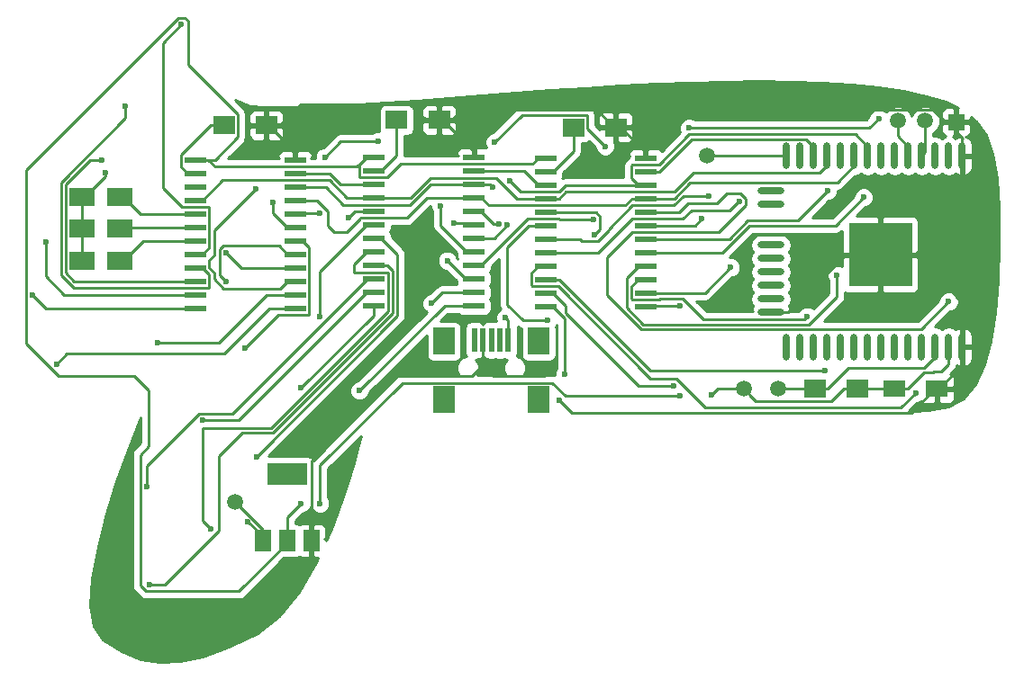
<source format=gbr>
G04 #@! TF.FileFunction,Copper,L2,Bot,Signal*
%FSLAX46Y46*%
G04 Gerber Fmt 4.6, Leading zero omitted, Abs format (unit mm)*
G04 Created by KiCad (PCBNEW 4.0.6) date Tuesday, 30 January 2018 'PMt' 23:29:37*
%MOMM*%
%LPD*%
G01*
G04 APERTURE LIST*
%ADD10C,0.100000*%
%ADD11O,0.700000X2.500000*%
%ADD12O,2.500000X0.700000*%
%ADD13R,6.000000X6.000000*%
%ADD14R,2.000000X1.700000*%
%ADD15R,3.800000X2.000000*%
%ADD16R,1.500000X2.000000*%
%ADD17R,2.000000X1.600000*%
%ADD18R,2.000000X0.600000*%
%ADD19R,2.400000X1.800860*%
%ADD20R,0.500380X2.301240*%
%ADD21R,1.998980X2.499360*%
%ADD22C,1.500000*%
%ADD23R,1.500000X1.500000*%
%ADD24C,0.600000*%
%ADD25C,0.250000*%
%ADD26C,0.254000*%
G04 APERTURE END LIST*
D10*
D11*
X240170000Y-80400000D03*
X238900000Y-80400000D03*
X237630000Y-80400000D03*
X236360000Y-80400000D03*
X235090000Y-80400000D03*
X233820000Y-80400000D03*
X232550000Y-80400000D03*
X231280000Y-80400000D03*
X230010000Y-80400000D03*
X228740000Y-80400000D03*
X227470000Y-80400000D03*
X226200000Y-80400000D03*
X224930000Y-80400000D03*
X223660000Y-80400000D03*
D12*
X222170000Y-83685000D03*
X222170000Y-84955000D03*
X222170000Y-88765000D03*
X222170000Y-90035000D03*
X222170000Y-91305000D03*
X222170000Y-92575000D03*
X222170000Y-93845000D03*
X222170000Y-95115000D03*
D11*
X223660000Y-98400000D03*
X224930000Y-98400000D03*
X226200000Y-98400000D03*
X227470000Y-98400000D03*
X228740000Y-98400000D03*
X230010000Y-98400000D03*
X231280000Y-98400000D03*
X232550000Y-98400000D03*
X233820000Y-98400000D03*
X235090000Y-98400000D03*
X236360000Y-98400000D03*
X237630000Y-98400000D03*
X238900000Y-98400000D03*
X240170000Y-98400000D03*
D13*
X232470000Y-89700000D03*
D14*
X230300000Y-102300000D03*
X226300000Y-102300000D03*
X170750000Y-77500000D03*
X174750000Y-77500000D03*
D15*
X176700000Y-110300000D03*
D16*
X176700000Y-116600000D03*
X174400000Y-116600000D03*
X179000000Y-116600000D03*
D17*
X233800000Y-102300000D03*
X237800000Y-102300000D03*
D14*
X203600000Y-77700000D03*
X207600000Y-77700000D03*
X187000000Y-77000000D03*
X191000000Y-77000000D03*
D18*
X210400000Y-80610000D03*
X210400000Y-81880000D03*
X210400000Y-83150000D03*
X210400000Y-84420000D03*
X210400000Y-85690000D03*
X210400000Y-86960000D03*
X210400000Y-88230000D03*
X210400000Y-89500000D03*
X210400000Y-90770000D03*
X210400000Y-92040000D03*
X210400000Y-93310000D03*
X210400000Y-94580000D03*
X201000000Y-94580000D03*
X201000000Y-93310000D03*
X201000000Y-92040000D03*
X201000000Y-90770000D03*
X201000000Y-89500000D03*
X201000000Y-88230000D03*
X201000000Y-86960000D03*
X201000000Y-85690000D03*
X201000000Y-84420000D03*
X201000000Y-83150000D03*
X201000000Y-81880000D03*
X201000000Y-80610000D03*
X194250000Y-80530000D03*
X194250000Y-81800000D03*
X194250000Y-83070000D03*
X194250000Y-84340000D03*
X194250000Y-85610000D03*
X194250000Y-86880000D03*
X194250000Y-88150000D03*
X194250000Y-89420000D03*
X194250000Y-90690000D03*
X194250000Y-91960000D03*
X194250000Y-93230000D03*
X194250000Y-94500000D03*
X184850000Y-94500000D03*
X184850000Y-93230000D03*
X184850000Y-91960000D03*
X184850000Y-90690000D03*
X184850000Y-89420000D03*
X184850000Y-88150000D03*
X184850000Y-86880000D03*
X184850000Y-85610000D03*
X184850000Y-84340000D03*
X184850000Y-83070000D03*
X184850000Y-81800000D03*
X184850000Y-80530000D03*
D19*
X157400000Y-90250000D03*
X161000000Y-90250000D03*
X157400000Y-87250000D03*
X161000000Y-87250000D03*
X157400000Y-84250000D03*
X161000000Y-84250000D03*
D20*
X197500200Y-97750680D03*
X196700100Y-97750680D03*
X195900000Y-97750680D03*
X195099900Y-97750680D03*
X194299800Y-97750680D03*
D21*
X200350080Y-97849740D03*
X200350080Y-103348840D03*
X191449920Y-97849740D03*
X191449920Y-103348840D03*
D18*
X177450000Y-80765000D03*
X177450000Y-82035000D03*
X177450000Y-83305000D03*
X177450000Y-84575000D03*
X177450000Y-85845000D03*
X177450000Y-87115000D03*
X177450000Y-88385000D03*
X177450000Y-89655000D03*
X177450000Y-90925000D03*
X177450000Y-92195000D03*
X177450000Y-93465000D03*
X177450000Y-94735000D03*
X168050000Y-94735000D03*
X168050000Y-93465000D03*
X168050000Y-92195000D03*
X168050000Y-90925000D03*
X168050000Y-89655000D03*
X168050000Y-88385000D03*
X168050000Y-87115000D03*
X168050000Y-85845000D03*
X168050000Y-84575000D03*
X168050000Y-83305000D03*
X168050000Y-82035000D03*
X168050000Y-80765000D03*
D22*
X171800000Y-113000000D03*
D23*
X239600000Y-77200000D03*
D22*
X219600000Y-102300000D03*
X222900000Y-102300000D03*
X236700000Y-77100000D03*
X234100000Y-77100000D03*
X216200000Y-80400000D03*
D24*
X201300000Y-100700000D03*
X202300000Y-103400000D03*
X159600000Y-82000000D03*
X173000000Y-114800000D03*
X197200000Y-95600000D03*
X179800000Y-113100000D03*
X178000000Y-113100000D03*
X213600000Y-103000000D03*
X216600000Y-102900000D03*
X197600000Y-82700000D03*
X196058058Y-83341942D03*
X238900000Y-94100000D03*
X215700000Y-86300000D03*
X214498392Y-77750307D03*
X232300000Y-76900000D03*
X227500000Y-83700000D03*
X230900000Y-84300000D03*
X228400000Y-91600000D03*
X225600000Y-95500000D03*
X218400000Y-90900000D03*
X213600000Y-94500000D03*
X202800000Y-100900000D03*
X213000000Y-102000000D03*
X227300000Y-100600000D03*
X235800000Y-102700000D03*
X219200000Y-84700000D03*
X216300000Y-84200000D03*
X201200000Y-95900000D03*
X205600000Y-87800000D03*
X196600000Y-86800000D03*
X192400000Y-86700000D03*
X197400000Y-86900000D03*
X206600000Y-79500000D03*
X196200000Y-79100000D03*
X191100000Y-85100000D03*
X205500000Y-86400000D03*
X191750000Y-90250000D03*
X190250000Y-94250000D03*
X183500000Y-102500000D03*
X178000000Y-102250000D03*
X168750000Y-105250000D03*
X163500000Y-111500000D03*
X163750000Y-120750000D03*
X169500000Y-115500000D03*
X173800000Y-108700000D03*
X179750000Y-95500000D03*
X182500000Y-86200000D03*
X179750000Y-85750000D03*
X175400000Y-84800000D03*
X185250000Y-79000000D03*
X180250000Y-80500000D03*
X172750000Y-98500000D03*
X171000000Y-92250000D03*
X171000000Y-89500000D03*
X173750000Y-83500000D03*
X164500000Y-98000000D03*
X155000000Y-100000000D03*
X152750000Y-93500000D03*
X154000000Y-88500000D03*
X159250000Y-80750000D03*
X161500000Y-75750000D03*
X166750000Y-68000000D03*
D25*
X201300000Y-100700000D02*
X200876319Y-101123681D01*
X200876319Y-101123681D02*
X196127640Y-101123681D01*
X196127640Y-101123681D02*
X195099900Y-100095941D01*
X204450010Y-104550010D02*
X203450010Y-104550010D01*
X203450010Y-104550010D02*
X202300000Y-103400000D01*
X237800000Y-102300000D02*
X237600000Y-102300000D01*
X237600000Y-102300000D02*
X235349990Y-104550010D01*
X235349990Y-104550010D02*
X204450010Y-104550010D01*
X239600000Y-77200000D02*
X238600000Y-77200000D01*
X238600000Y-77200000D02*
X237424999Y-76024999D01*
X237424999Y-76024999D02*
X210525001Y-76024999D01*
X210525001Y-76024999D02*
X208850000Y-77700000D01*
X208850000Y-77700000D02*
X207600000Y-77700000D01*
X240200000Y-78800000D02*
X240170000Y-78830000D01*
X240170000Y-78830000D02*
X240170000Y-80400000D01*
X239600000Y-77200000D02*
X239600000Y-78200000D01*
X239600000Y-78200000D02*
X240200000Y-78800000D01*
X207600000Y-77700000D02*
X207450000Y-77700000D01*
X207450000Y-77700000D02*
X205824990Y-76074990D01*
X205824990Y-76074990D02*
X193175010Y-76074990D01*
X193175010Y-76074990D02*
X192250000Y-77000000D01*
X192250000Y-77000000D02*
X191000000Y-77000000D01*
X240170000Y-80400000D02*
X240170000Y-79500000D01*
X210400000Y-80610000D02*
X210400000Y-80060000D01*
X210400000Y-80060000D02*
X208040000Y-77700000D01*
X208040000Y-77700000D02*
X207600000Y-77700000D01*
X232470000Y-89700000D02*
X229220000Y-89700000D01*
X229220000Y-89700000D02*
X223805000Y-95115000D01*
X223805000Y-95115000D02*
X223670000Y-95115000D01*
X223670000Y-95115000D02*
X222170000Y-95115000D01*
X240170000Y-98400000D02*
X240170000Y-94150000D01*
X240170000Y-94150000D02*
X235720000Y-89700000D01*
X235720000Y-89700000D02*
X232470000Y-89700000D01*
X240170000Y-80400000D02*
X240170000Y-85250000D01*
X240170000Y-85250000D02*
X235720000Y-89700000D01*
X240170000Y-98400000D02*
X240170000Y-100130000D01*
X240170000Y-100130000D02*
X238000000Y-102300000D01*
X238000000Y-102300000D02*
X237800000Y-102300000D01*
X179000000Y-109100000D02*
X186976319Y-101123681D01*
X195099900Y-99151300D02*
X195099900Y-97750680D01*
X186976319Y-101123681D02*
X194072160Y-101123681D01*
X194072160Y-101123681D02*
X195099900Y-100095941D01*
X195099900Y-100095941D02*
X195099900Y-99151300D01*
X179000000Y-116600000D02*
X179000000Y-109100000D01*
X178000000Y-75500000D02*
X188250000Y-75500000D01*
X188250000Y-75500000D02*
X189750000Y-77000000D01*
X189750000Y-77000000D02*
X191000000Y-77000000D01*
X174750000Y-77500000D02*
X176000000Y-77500000D01*
X176000000Y-77500000D02*
X178000000Y-75500000D01*
X191000000Y-77000000D02*
X191270000Y-77000000D01*
X191270000Y-77000000D02*
X194250000Y-79980000D01*
X194250000Y-79980000D02*
X194250000Y-80530000D01*
X174750000Y-77500000D02*
X174900000Y-77500000D01*
X174900000Y-77500000D02*
X177450000Y-80050000D01*
X177450000Y-80050000D02*
X177450000Y-80215000D01*
X177450000Y-80215000D02*
X177450000Y-80765000D01*
X171800000Y-113000000D02*
X174400000Y-115600000D01*
X174400000Y-115600000D02*
X174400000Y-116600000D01*
X157400000Y-84250000D02*
X157699570Y-84250000D01*
X157699570Y-84250000D02*
X159600000Y-82349570D01*
X159600000Y-82349570D02*
X159600000Y-82000000D01*
X174400000Y-116200000D02*
X173000000Y-114800000D01*
X174400000Y-116600000D02*
X174400000Y-116200000D01*
X197500200Y-97750680D02*
X197500200Y-95900200D01*
X197500200Y-95900200D02*
X197200000Y-95600000D01*
X157400000Y-84250000D02*
X157400000Y-87250000D01*
X157400000Y-87250000D02*
X157400000Y-88400430D01*
X157400000Y-88400430D02*
X157400000Y-90250000D01*
X203600000Y-103000000D02*
X202835412Y-103000000D01*
X213600000Y-103000000D02*
X203600000Y-103000000D01*
X230300000Y-102300000D02*
X229050000Y-102300000D01*
X229050000Y-102300000D02*
X227874999Y-103475001D01*
X227874999Y-103475001D02*
X220775001Y-103475001D01*
X220775001Y-103475001D02*
X220349999Y-103049999D01*
X220349999Y-103049999D02*
X219600000Y-102300000D01*
X179800000Y-113100000D02*
X179800000Y-109500000D01*
X179800000Y-109500000D02*
X187525841Y-101774159D01*
X176700000Y-116600000D02*
X176700000Y-114400000D01*
X176700000Y-114400000D02*
X178000000Y-113100000D01*
X202835412Y-103000000D02*
X201609571Y-101774159D01*
X201609571Y-101774159D02*
X187525841Y-101774159D01*
X219600000Y-102300000D02*
X217200000Y-102300000D01*
X217200000Y-102300000D02*
X216600000Y-102900000D01*
X163700000Y-107700000D02*
X162874999Y-108525001D01*
X162874999Y-120800001D02*
X163449999Y-121375001D01*
X163449999Y-121375001D02*
X172174999Y-121375001D01*
X162874999Y-108525001D02*
X162874999Y-120800001D01*
X172174999Y-121375001D02*
X176700000Y-116850000D01*
X176700000Y-116850000D02*
X176700000Y-116600000D01*
X163700000Y-102500000D02*
X163700000Y-107700000D01*
X162300000Y-101100000D02*
X163700000Y-102500000D01*
X155174998Y-101100000D02*
X162300000Y-101100000D01*
X172075001Y-76475001D02*
X167375001Y-71775001D01*
X167375001Y-71775001D02*
X167375001Y-67699999D01*
X167375001Y-67699999D02*
X167050001Y-67374999D01*
X167050001Y-67374999D02*
X166449999Y-67374999D01*
X166449999Y-67374999D02*
X152124999Y-81699999D01*
X152124999Y-81699999D02*
X152124999Y-98050001D01*
X152124999Y-98050001D02*
X155174998Y-101100000D01*
X168050000Y-80765000D02*
X169920002Y-80765000D01*
X169920002Y-80765000D02*
X172075001Y-78610001D01*
X172075001Y-78610001D02*
X172075001Y-76475001D01*
X184850000Y-80530000D02*
X184234998Y-80530000D01*
X183524999Y-82360001D02*
X183589999Y-82425001D01*
X184234998Y-80530000D02*
X183524999Y-81239999D01*
X183524999Y-81239999D02*
X183524999Y-82360001D01*
X183589999Y-82425001D02*
X186110001Y-82425001D01*
X186110001Y-82425001D02*
X187375002Y-81160000D01*
X187375002Y-81160000D02*
X199750000Y-81160000D01*
X199750000Y-81160000D02*
X200300000Y-80610000D01*
X200300000Y-80610000D02*
X201000000Y-80610000D01*
X230300000Y-102300000D02*
X233800000Y-102300000D01*
X238200000Y-100700000D02*
X238900000Y-100000000D01*
X238900000Y-100000000D02*
X238900000Y-98400000D01*
X237500000Y-100700000D02*
X238200000Y-100700000D01*
X236550000Y-100800000D02*
X237400000Y-100800000D01*
X237400000Y-100800000D02*
X237500000Y-100700000D01*
X233800000Y-102300000D02*
X235050000Y-102300000D01*
X235050000Y-102300000D02*
X236550000Y-100800000D01*
X183270001Y-81409999D02*
X182500000Y-81409999D01*
X182500000Y-81409999D02*
X181500000Y-81409999D01*
X181500000Y-81409999D02*
X180000000Y-81409999D01*
X180000000Y-81409999D02*
X169944999Y-81409999D01*
X184850000Y-80530000D02*
X184150000Y-80530000D01*
X184150000Y-80530000D02*
X183270001Y-81409999D01*
X169944999Y-81409999D02*
X169300000Y-80765000D01*
X169300000Y-80765000D02*
X168050000Y-80765000D01*
X226200000Y-80400000D02*
X226200000Y-79500000D01*
X226200000Y-79500000D02*
X225524990Y-78824990D01*
X225524990Y-78824990D02*
X214705010Y-78824990D01*
X214705010Y-78824990D02*
X211650000Y-81880000D01*
X211650000Y-81880000D02*
X210400000Y-81880000D01*
X210480000Y-81800000D02*
X210400000Y-81880000D01*
X197600000Y-82700000D02*
X198675001Y-83775001D01*
X198675001Y-83775001D02*
X202258589Y-83775001D01*
X202258589Y-83775001D02*
X202883590Y-83150000D01*
X202883590Y-83150000D02*
X209150000Y-83150000D01*
X209150000Y-83150000D02*
X210400000Y-83150000D01*
X194250000Y-83070000D02*
X195786116Y-83070000D01*
X195786116Y-83070000D02*
X196058058Y-83341942D01*
X231280000Y-80400000D02*
X231280000Y-79500000D01*
X231280000Y-79500000D02*
X230154980Y-78374980D01*
X209074999Y-82524999D02*
X209700000Y-83150000D01*
X230154980Y-78374980D02*
X214518610Y-78374980D01*
X214518610Y-78374980D02*
X211658589Y-81235001D01*
X211658589Y-81235001D02*
X209159997Y-81235001D01*
X209159997Y-81235001D02*
X209074999Y-81319999D01*
X209074999Y-81319999D02*
X209074999Y-82524999D01*
X209700000Y-83150000D02*
X210400000Y-83150000D01*
X210400000Y-83150000D02*
X211100000Y-83150000D01*
X231280000Y-81300000D02*
X231280000Y-80400000D01*
X194950000Y-83070000D02*
X194250000Y-83070000D01*
X182000000Y-84984999D02*
X188265001Y-84984999D01*
X182000000Y-84984999D02*
X180320001Y-83305000D01*
X180320001Y-83305000D02*
X177450000Y-83305000D01*
X188265001Y-84984999D02*
X190180000Y-83070000D01*
X190180000Y-83070000D02*
X194250000Y-83070000D01*
X177450000Y-84575000D02*
X179500002Y-84575000D01*
X183600000Y-86300000D02*
X183600000Y-86235001D01*
X179500002Y-84575000D02*
X180500000Y-85574998D01*
X183600000Y-86235001D02*
X187944999Y-86235001D01*
X180500000Y-85574998D02*
X180500000Y-87000000D01*
X181100000Y-87600000D02*
X182300000Y-87600000D01*
X180500000Y-87000000D02*
X181100000Y-87600000D01*
X187944999Y-86235001D02*
X189840000Y-84340000D01*
X182300000Y-87600000D02*
X183600000Y-86300000D01*
X189840000Y-84340000D02*
X194250000Y-84340000D01*
X194250000Y-84340000D02*
X194950000Y-84340000D01*
X194950000Y-84340000D02*
X195674999Y-85064999D01*
X195674999Y-85064999D02*
X208505001Y-85064999D01*
X208505001Y-85064999D02*
X209150000Y-84420000D01*
X209150000Y-84420000D02*
X210400000Y-84420000D01*
X214600000Y-82900000D02*
X213080000Y-84420000D01*
X213080000Y-84420000D02*
X210400000Y-84420000D01*
X228410000Y-82900000D02*
X214600000Y-82900000D01*
X230010000Y-80400000D02*
X230010000Y-81300000D01*
X230010000Y-81300000D02*
X228410000Y-82900000D01*
X230010000Y-79500000D02*
X230010000Y-80400000D01*
X209700000Y-84420000D02*
X210400000Y-84420000D01*
X184850000Y-84340000D02*
X188273590Y-84340000D01*
X188273590Y-84340000D02*
X190168591Y-82444999D01*
X190168591Y-82444999D02*
X196324999Y-82444999D01*
X196324999Y-82444999D02*
X198300000Y-84420000D01*
X198300000Y-84420000D02*
X201000000Y-84420000D01*
X201000000Y-84420000D02*
X202250000Y-84420000D01*
X202894999Y-83775001D02*
X213088589Y-83775001D01*
X202250000Y-84420000D02*
X202894999Y-83775001D01*
X213088589Y-83775001D02*
X214888580Y-81975010D01*
X214888580Y-81975010D02*
X226794990Y-81975010D01*
X226794990Y-81975010D02*
X227470000Y-81300000D01*
X227470000Y-81300000D02*
X227470000Y-80400000D01*
X227470000Y-79500000D02*
X227470000Y-80400000D01*
X180679999Y-82679999D02*
X182340000Y-84340000D01*
X182340000Y-84340000D02*
X184850000Y-84340000D01*
X168050000Y-84575000D02*
X168750000Y-84575000D01*
X168750000Y-84575000D02*
X170645001Y-82679999D01*
X170645001Y-82679999D02*
X180679999Y-82679999D01*
X201000000Y-81880000D02*
X201700000Y-81880000D01*
X203600000Y-78800000D02*
X203600000Y-77700000D01*
X201700000Y-81880000D02*
X203600000Y-79980000D01*
X203600000Y-79980000D02*
X203600000Y-78800000D01*
X184850000Y-81800000D02*
X185550000Y-81800000D01*
X185550000Y-81800000D02*
X187000000Y-80350000D01*
X187000000Y-80350000D02*
X187000000Y-78100000D01*
X187000000Y-78100000D02*
X187000000Y-77000000D01*
X198950000Y-81800000D02*
X194250000Y-81800000D01*
X201000000Y-83150000D02*
X200300000Y-83150000D01*
X200300000Y-83150000D02*
X198950000Y-81800000D01*
X210400000Y-85690000D02*
X213510000Y-85690000D01*
X214374999Y-84825001D02*
X217125001Y-84825001D01*
X213510000Y-85690000D02*
X214374999Y-84825001D01*
X219825001Y-84399999D02*
X219825001Y-85000001D01*
X209139999Y-87585001D02*
X206800000Y-89925000D01*
X217125001Y-84825001D02*
X218050002Y-83900000D01*
X218050002Y-83900000D02*
X219325002Y-83900000D01*
X206800000Y-89925000D02*
X206800000Y-93501412D01*
X219325002Y-83900000D02*
X219825001Y-84399999D01*
X236299983Y-96700017D02*
X238900000Y-94100000D01*
X219825001Y-85000001D02*
X217240001Y-87585001D01*
X217240001Y-87585001D02*
X209139999Y-87585001D01*
X206800000Y-93501412D02*
X209998605Y-96700017D01*
X209998605Y-96700017D02*
X236299983Y-96700017D01*
X210400000Y-86960000D02*
X215040000Y-86960000D01*
X215040000Y-86960000D02*
X215700000Y-86300000D01*
X232300000Y-76900000D02*
X231449693Y-77750307D01*
X231449693Y-77750307D02*
X214498392Y-77750307D01*
X225800000Y-85400000D02*
X227500000Y-83700000D01*
X225800000Y-85400000D02*
X224700000Y-86500000D01*
X220000000Y-86500000D02*
X218270000Y-88230000D01*
X218270000Y-88230000D02*
X210400000Y-88230000D01*
X224700000Y-86500000D02*
X220000000Y-86500000D01*
X224125000Y-86500000D02*
X224700000Y-86500000D01*
X230900000Y-84300000D02*
X228249991Y-86950009D01*
X228249991Y-86950009D02*
X220186401Y-86950009D01*
X217636410Y-89500000D02*
X211650000Y-89500000D01*
X220186401Y-86950009D02*
X217636410Y-89500000D01*
X211650000Y-89500000D02*
X210400000Y-89500000D01*
X210400000Y-90770000D02*
X209700000Y-90770000D01*
X209700000Y-90770000D02*
X208624989Y-91845011D01*
X208624989Y-91845011D02*
X208624989Y-94689991D01*
X208624989Y-94689991D02*
X210185006Y-96250008D01*
X210185006Y-96250008D02*
X225774994Y-96250008D01*
X225774994Y-96250008D02*
X228400000Y-93625002D01*
X228400000Y-93625002D02*
X228400000Y-91600000D01*
X225600000Y-95500000D02*
X225300001Y-95799999D01*
X225300001Y-95799999D02*
X215825001Y-95799999D01*
X213895003Y-93870001D02*
X211725001Y-93870001D01*
X215825001Y-95799999D02*
X213895003Y-93870001D01*
X211725001Y-93870001D02*
X211660001Y-93935001D01*
X211660001Y-93935001D02*
X209139999Y-93935001D01*
X209139999Y-93935001D02*
X209074999Y-93870001D01*
X209074999Y-93870001D02*
X209074999Y-92665001D01*
X209074999Y-92665001D02*
X209700000Y-92040000D01*
X209700000Y-92040000D02*
X210400000Y-92040000D01*
X218400000Y-90900000D02*
X215990000Y-93310000D01*
X215990000Y-93310000D02*
X210400000Y-93310000D01*
X213600000Y-94500000D02*
X210480000Y-94500000D01*
X210480000Y-94500000D02*
X210400000Y-94580000D01*
X202800000Y-100900000D02*
X202800000Y-95680000D01*
X202800000Y-95680000D02*
X201700000Y-94580000D01*
X201700000Y-94580000D02*
X201000000Y-94580000D01*
X202900000Y-95143590D02*
X202900000Y-94510000D01*
X202900000Y-94510000D02*
X201700000Y-93310000D01*
X201700000Y-93310000D02*
X201000000Y-93310000D01*
X213000000Y-102000000D02*
X209756410Y-102000000D01*
X209756410Y-102000000D02*
X202900000Y-95143590D01*
X227300000Y-100600000D02*
X210810000Y-100600000D01*
X210810000Y-100600000D02*
X202250000Y-92040000D01*
X202250000Y-92040000D02*
X201000000Y-92040000D01*
X201700000Y-92040000D02*
X201000000Y-92040000D01*
X216025002Y-104100000D02*
X213300001Y-101374999D01*
X216025002Y-104100000D02*
X234385002Y-104100000D01*
X234385002Y-104100000D02*
X235785002Y-102700000D01*
X235785002Y-102700000D02*
X235800000Y-102700000D01*
X200300000Y-90770000D02*
X201000000Y-90770000D01*
X213300001Y-101374999D02*
X210874999Y-101374999D01*
X210874999Y-101374999D02*
X202165001Y-92665001D01*
X202165001Y-92665001D02*
X199739999Y-92665001D01*
X199739999Y-92665001D02*
X199674999Y-92600001D01*
X199674999Y-92600001D02*
X199674999Y-91395001D01*
X199674999Y-91395001D02*
X200300000Y-90770000D01*
X201700000Y-90770000D02*
X201000000Y-90770000D01*
X201508588Y-90770000D02*
X201000000Y-90770000D01*
X201000000Y-89500000D02*
X205955000Y-89500000D01*
X205955000Y-89500000D02*
X209139999Y-86315001D01*
X213884999Y-86315001D02*
X214700000Y-85500000D01*
X209139999Y-86315001D02*
X213884999Y-86315001D01*
X218300000Y-85500000D02*
X219100000Y-84700000D01*
X214700000Y-85500000D02*
X218300000Y-85500000D01*
X219100000Y-84700000D02*
X219200000Y-84700000D01*
X201700000Y-89500000D02*
X201000000Y-89500000D01*
X216300000Y-84200000D02*
X213936410Y-84200000D01*
X204244998Y-88230000D02*
X201000000Y-88230000D01*
X213936410Y-84200000D02*
X213071411Y-85064999D01*
X204439999Y-88425001D02*
X204244998Y-88230000D01*
X213071411Y-85064999D02*
X209141411Y-85064999D01*
X206900000Y-87306410D02*
X206900000Y-87425002D01*
X209141411Y-85064999D02*
X206900000Y-87306410D01*
X206900000Y-87425002D02*
X205900001Y-88425001D01*
X205900001Y-88425001D02*
X204439999Y-88425001D01*
X197400000Y-89000000D02*
X199440000Y-86960000D01*
X199440000Y-86960000D02*
X201000000Y-86960000D01*
X197400000Y-94400000D02*
X197400000Y-89000000D01*
X201200000Y-95900000D02*
X198900000Y-95900000D01*
X198900000Y-95900000D02*
X197400000Y-94400000D01*
X201000000Y-86960000D02*
X201700000Y-86960000D01*
X205600000Y-87800000D02*
X206125001Y-87274999D01*
X205715002Y-85690000D02*
X202250000Y-85690000D01*
X206125001Y-87274999D02*
X206125001Y-86099999D01*
X206125001Y-86099999D02*
X205715002Y-85690000D01*
X202250000Y-85690000D02*
X201000000Y-85690000D01*
X194250000Y-85610000D02*
X194950000Y-85610000D01*
X194950000Y-85610000D02*
X196140000Y-86800000D01*
X196140000Y-86800000D02*
X196600000Y-86800000D01*
X194235000Y-85625000D02*
X194250000Y-85610000D01*
X192400000Y-86700000D02*
X194070000Y-86700000D01*
X194070000Y-86700000D02*
X194250000Y-86880000D01*
X197400000Y-86900000D02*
X196150000Y-88150000D01*
X196150000Y-88150000D02*
X195500000Y-88150000D01*
X195500000Y-88150000D02*
X194250000Y-88150000D01*
X196200000Y-79100000D02*
X198775001Y-76524999D01*
X198775001Y-76524999D02*
X204860001Y-76524999D01*
X204925001Y-77825001D02*
X206600000Y-79500000D01*
X204860001Y-76524999D02*
X204925001Y-76589999D01*
X204925001Y-76589999D02*
X204925001Y-77825001D01*
X194250000Y-89420000D02*
X193550000Y-89420000D01*
X191100000Y-86970000D02*
X191100000Y-85100000D01*
X193550000Y-89420000D02*
X191100000Y-86970000D01*
X205500000Y-86400000D02*
X202325001Y-86399999D01*
X199305001Y-86334999D02*
X194950000Y-90690000D01*
X202325001Y-86399999D02*
X202260001Y-86334999D01*
X202260001Y-86334999D02*
X199305001Y-86334999D01*
X194950000Y-90690000D02*
X194250000Y-90690000D01*
X191750000Y-90250000D02*
X193460000Y-91960000D01*
X193460000Y-91960000D02*
X194250000Y-91960000D01*
X190250000Y-94250000D02*
X191270000Y-93230000D01*
X191270000Y-93230000D02*
X194250000Y-93230000D01*
X183500000Y-102500000D02*
X191500000Y-94500000D01*
X191500000Y-94500000D02*
X194250000Y-94500000D01*
X184850000Y-94500000D02*
X184850000Y-95400000D01*
X184850000Y-95400000D02*
X178000000Y-102250000D01*
X184850000Y-93230000D02*
X184150000Y-93230000D01*
X184150000Y-93230000D02*
X172130000Y-105250000D01*
X172130000Y-105250000D02*
X169174264Y-105250000D01*
X169174264Y-105250000D02*
X168750000Y-105250000D01*
X184850000Y-91960000D02*
X184215002Y-91960000D01*
X184215002Y-91960000D02*
X171550003Y-104624999D01*
X171550003Y-104624999D02*
X168449999Y-104624999D01*
X168449999Y-104624999D02*
X163500000Y-109574998D01*
X163500000Y-109574998D02*
X163500000Y-111075736D01*
X163500000Y-111075736D02*
X163500000Y-111500000D01*
X170250000Y-115675002D02*
X170250000Y-108664998D01*
X170250000Y-108664998D02*
X172464988Y-106450010D01*
X172464988Y-106450010D02*
X175361403Y-106450009D01*
X175361403Y-106450009D02*
X186625011Y-95186401D01*
X186625011Y-95186401D02*
X186625010Y-91213598D01*
X186625010Y-91213598D02*
X186101412Y-90690000D01*
X186100000Y-90690000D02*
X184850000Y-90690000D01*
X186101412Y-90690000D02*
X186100000Y-90690000D01*
X163750000Y-120750000D02*
X165175002Y-120750000D01*
X165175002Y-120750000D02*
X170250000Y-115675002D01*
X183000000Y-91334999D02*
X186110001Y-91334999D01*
X184850000Y-89420000D02*
X184150000Y-89420000D01*
X184150000Y-89420000D02*
X183000000Y-90570000D01*
X183000000Y-90570000D02*
X183000000Y-91334999D01*
X168750000Y-106000000D02*
X168750000Y-114750000D01*
X186110001Y-91334999D02*
X186175001Y-91399999D01*
X186175001Y-91399999D02*
X186175001Y-95000001D01*
X186175001Y-95000001D02*
X175175002Y-106000000D01*
X175175002Y-106000000D02*
X168750000Y-106000000D01*
X168750000Y-114750000D02*
X169500000Y-115500000D01*
X187075020Y-95372802D02*
X187075020Y-95424980D01*
X187075020Y-95424980D02*
X173800000Y-108700000D01*
X184850000Y-88150000D02*
X185550000Y-88150000D01*
X185550000Y-88150000D02*
X187075020Y-89675020D01*
X187075020Y-89675020D02*
X187075020Y-95372802D01*
X179750000Y-95500000D02*
X179750000Y-92600000D01*
X184850000Y-86880000D02*
X184150000Y-86880000D01*
X184150000Y-86880000D02*
X179750000Y-91280000D01*
X179750000Y-91280000D02*
X179750000Y-92600000D01*
X184850000Y-85610000D02*
X183090000Y-85610000D01*
X183090000Y-85610000D02*
X182500000Y-86200000D01*
X179750000Y-85750000D02*
X177545000Y-85750000D01*
X177545000Y-85750000D02*
X177450000Y-85845000D01*
X176750000Y-87115000D02*
X175400000Y-85765000D01*
X175400000Y-85765000D02*
X175400000Y-85680002D01*
X175400000Y-85680002D02*
X175400000Y-84800000D01*
X180250000Y-80500000D02*
X181750000Y-79000000D01*
X181750000Y-79000000D02*
X185250000Y-79000000D01*
X177450000Y-87115000D02*
X176750000Y-87115000D01*
X177565000Y-87000000D02*
X177450000Y-87115000D01*
X172750000Y-98500000D02*
X175889999Y-95360001D01*
X175889999Y-95360001D02*
X178710001Y-95360001D01*
X178710001Y-95360001D02*
X178775001Y-95295001D01*
X178775001Y-95295001D02*
X178775001Y-89010001D01*
X178775001Y-89010001D02*
X178150000Y-88385000D01*
X178150000Y-88385000D02*
X177450000Y-88385000D01*
X171000000Y-92250000D02*
X170374999Y-91624999D01*
X170374999Y-91624999D02*
X170374999Y-89199999D01*
X170699999Y-88874999D02*
X175969999Y-88874999D01*
X175969999Y-88874999D02*
X176750000Y-89655000D01*
X170374999Y-89199999D02*
X170699999Y-88874999D01*
X176750000Y-89655000D02*
X177450000Y-89655000D01*
X171000000Y-89500000D02*
X172425000Y-90925000D01*
X172425000Y-90925000D02*
X177450000Y-90925000D01*
X173750000Y-83500000D02*
X169825011Y-87424989D01*
X169825011Y-87424989D02*
X169825011Y-89764991D01*
X169825011Y-89764991D02*
X169375001Y-90215001D01*
X169825011Y-92000013D02*
X170699999Y-92875001D01*
X170699999Y-92875001D02*
X176069999Y-92875001D01*
X169375001Y-90215001D02*
X169375001Y-90913591D01*
X169375001Y-90913591D02*
X169825011Y-91363601D01*
X169825011Y-91363601D02*
X169825011Y-92000013D01*
X176069999Y-92875001D02*
X176750000Y-92195000D01*
X176750000Y-92195000D02*
X177450000Y-92195000D01*
X164500000Y-98000000D02*
X170250000Y-98000000D01*
X170250000Y-98000000D02*
X174785000Y-93465000D01*
X174785000Y-93465000D02*
X176200000Y-93465000D01*
X176200000Y-93465000D02*
X177450000Y-93465000D01*
X170750000Y-99000000D02*
X175015000Y-94735000D01*
X175015000Y-94735000D02*
X177450000Y-94735000D01*
X156000000Y-99000000D02*
X170750000Y-99000000D01*
X155000000Y-100000000D02*
X156000000Y-99000000D01*
X168050000Y-94735000D02*
X153985000Y-94735000D01*
X153985000Y-94735000D02*
X152750000Y-93500000D01*
X154000000Y-91750000D02*
X154000000Y-88500000D01*
X155715000Y-93465000D02*
X154000000Y-91750000D01*
X168050000Y-93465000D02*
X155715000Y-93465000D01*
X159250000Y-80750000D02*
X158214568Y-80750000D01*
X158214568Y-80750000D02*
X155874999Y-83089569D01*
X155874999Y-83089569D02*
X155874999Y-91410431D01*
X155874999Y-91410431D02*
X156659568Y-92195000D01*
X156659568Y-92195000D02*
X166800000Y-92195000D01*
X166800000Y-92195000D02*
X168050000Y-92195000D01*
X161500000Y-75750000D02*
X161500000Y-76828158D01*
X155424989Y-82903169D02*
X155424990Y-91596832D01*
X169375001Y-92755001D02*
X169375001Y-91550001D01*
X161500000Y-76828158D02*
X155424989Y-82903169D01*
X155424990Y-91596832D02*
X156648159Y-92820001D01*
X156648159Y-92820001D02*
X169310001Y-92820001D01*
X169310001Y-92820001D02*
X169375001Y-92755001D01*
X169375001Y-91550001D02*
X168750000Y-90925000D01*
X168750000Y-90925000D02*
X168050000Y-90925000D01*
X166750000Y-68000000D02*
X165000000Y-69750000D01*
X165000000Y-69750000D02*
X165000000Y-83410002D01*
X165000000Y-83410002D02*
X166809997Y-85219999D01*
X166809997Y-85219999D02*
X169310001Y-85219999D01*
X169310001Y-85219999D02*
X169375001Y-85284999D01*
X169375001Y-85284999D02*
X169375001Y-89029999D01*
X169375001Y-89029999D02*
X168750000Y-89655000D01*
X168750000Y-89655000D02*
X168050000Y-89655000D01*
X168050000Y-88385000D02*
X163164570Y-88385000D01*
X163164570Y-88385000D02*
X161299570Y-90250000D01*
X161299570Y-90250000D02*
X161000000Y-90250000D01*
X168050000Y-87115000D02*
X161135000Y-87115000D01*
X161135000Y-87115000D02*
X161000000Y-87250000D01*
X168050000Y-85845000D02*
X162894570Y-85845000D01*
X162894570Y-85845000D02*
X161299570Y-84250000D01*
X161299570Y-84250000D02*
X161000000Y-84250000D01*
X170750000Y-77500000D02*
X169500000Y-77500000D01*
X166724999Y-81409999D02*
X167350000Y-82035000D01*
X167350000Y-82035000D02*
X168050000Y-82035000D01*
X169500000Y-77500000D02*
X166724999Y-80275001D01*
X166724999Y-80275001D02*
X166724999Y-81409999D01*
X184850000Y-83070000D02*
X181706410Y-83070000D01*
X181706410Y-83070000D02*
X180671410Y-82035000D01*
X180671410Y-82035000D02*
X178700000Y-82035000D01*
X178700000Y-82035000D02*
X177450000Y-82035000D01*
X226300000Y-102300000D02*
X222900000Y-102300000D01*
X227550000Y-102300000D02*
X226300000Y-102300000D01*
X237630000Y-98400000D02*
X237630000Y-99300000D01*
X237630000Y-99300000D02*
X236580010Y-100349990D01*
X236580010Y-100349990D02*
X229500010Y-100349990D01*
X229500010Y-100349990D02*
X227550000Y-102300000D01*
X236700000Y-77100000D02*
X236700000Y-80060000D01*
X236700000Y-80060000D02*
X236360000Y-80400000D01*
X236360000Y-79500000D02*
X236360000Y-80400000D01*
X234100000Y-77100000D02*
X234100000Y-78510000D01*
X234100000Y-78510000D02*
X235090000Y-79500000D01*
X235090000Y-79500000D02*
X235090000Y-80400000D01*
X223660000Y-80400000D02*
X223060000Y-80400000D01*
X223060000Y-80400000D02*
X216200000Y-80400000D01*
D26*
G36*
X162940000Y-107385198D02*
X162337598Y-107987600D01*
X162172851Y-108234162D01*
X162114999Y-108525001D01*
X162114999Y-120800001D01*
X162172851Y-121090840D01*
X162337598Y-121337402D01*
X162912598Y-121912402D01*
X163159160Y-122077149D01*
X163449999Y-122135001D01*
X172174999Y-122135001D01*
X172465838Y-122077149D01*
X172712400Y-121912402D01*
X176377362Y-118247440D01*
X177450000Y-118247440D01*
X177685317Y-118203162D01*
X177849492Y-118097518D01*
X177890301Y-118138327D01*
X178123690Y-118235000D01*
X178714250Y-118235000D01*
X178873000Y-118076250D01*
X178873000Y-116727000D01*
X178853000Y-116727000D01*
X178853000Y-116473000D01*
X178873000Y-116473000D01*
X178873000Y-115123750D01*
X178714250Y-114965000D01*
X178123690Y-114965000D01*
X177890301Y-115061673D01*
X177848340Y-115103634D01*
X177701890Y-115003569D01*
X177460000Y-114954585D01*
X177460000Y-114714802D01*
X178139680Y-114035122D01*
X178185167Y-114035162D01*
X178528943Y-113893117D01*
X178792192Y-113630327D01*
X178900089Y-113370482D01*
X179006883Y-113628943D01*
X179269673Y-113892192D01*
X179613201Y-114034838D01*
X179985167Y-114035162D01*
X180328943Y-113893117D01*
X180592192Y-113630327D01*
X180734838Y-113286799D01*
X180735162Y-112914833D01*
X180593117Y-112571057D01*
X180560000Y-112537882D01*
X180560000Y-109814802D01*
X183617188Y-106757614D01*
X183497712Y-107260415D01*
X182866872Y-109603501D01*
X181981871Y-112450018D01*
X180843565Y-115545260D01*
X180385000Y-116564959D01*
X180385000Y-116472998D01*
X180226252Y-116472998D01*
X180385000Y-116314250D01*
X180385000Y-115473691D01*
X180288327Y-115240302D01*
X180109699Y-115061673D01*
X179876310Y-114965000D01*
X179285750Y-114965000D01*
X179127000Y-115123750D01*
X179127000Y-116473000D01*
X179147000Y-116473000D01*
X179147000Y-116727000D01*
X179127000Y-116727000D01*
X179127000Y-118076250D01*
X179285750Y-118235000D01*
X179633974Y-118235000D01*
X179455188Y-118632561D01*
X177825613Y-121452339D01*
X175976987Y-123743614D01*
X173901238Y-125302470D01*
X171177438Y-126596419D01*
X168759756Y-127500511D01*
X166631953Y-127991214D01*
X164719900Y-128076101D01*
X162928298Y-127760504D01*
X161152745Y-127028820D01*
X159387106Y-125902137D01*
X158541379Y-124684973D01*
X158215304Y-122722108D01*
X158366284Y-120122974D01*
X158906470Y-117155375D01*
X159714410Y-114055715D01*
X160662692Y-111044893D01*
X161622973Y-108337456D01*
X162466772Y-106145443D01*
X162940000Y-104987208D01*
X162940000Y-107385198D01*
X162940000Y-107385198D01*
G37*
X162940000Y-107385198D02*
X162337598Y-107987600D01*
X162172851Y-108234162D01*
X162114999Y-108525001D01*
X162114999Y-120800001D01*
X162172851Y-121090840D01*
X162337598Y-121337402D01*
X162912598Y-121912402D01*
X163159160Y-122077149D01*
X163449999Y-122135001D01*
X172174999Y-122135001D01*
X172465838Y-122077149D01*
X172712400Y-121912402D01*
X176377362Y-118247440D01*
X177450000Y-118247440D01*
X177685317Y-118203162D01*
X177849492Y-118097518D01*
X177890301Y-118138327D01*
X178123690Y-118235000D01*
X178714250Y-118235000D01*
X178873000Y-118076250D01*
X178873000Y-116727000D01*
X178853000Y-116727000D01*
X178853000Y-116473000D01*
X178873000Y-116473000D01*
X178873000Y-115123750D01*
X178714250Y-114965000D01*
X178123690Y-114965000D01*
X177890301Y-115061673D01*
X177848340Y-115103634D01*
X177701890Y-115003569D01*
X177460000Y-114954585D01*
X177460000Y-114714802D01*
X178139680Y-114035122D01*
X178185167Y-114035162D01*
X178528943Y-113893117D01*
X178792192Y-113630327D01*
X178900089Y-113370482D01*
X179006883Y-113628943D01*
X179269673Y-113892192D01*
X179613201Y-114034838D01*
X179985167Y-114035162D01*
X180328943Y-113893117D01*
X180592192Y-113630327D01*
X180734838Y-113286799D01*
X180735162Y-112914833D01*
X180593117Y-112571057D01*
X180560000Y-112537882D01*
X180560000Y-109814802D01*
X183617188Y-106757614D01*
X183497712Y-107260415D01*
X182866872Y-109603501D01*
X181981871Y-112450018D01*
X180843565Y-115545260D01*
X180385000Y-116564959D01*
X180385000Y-116472998D01*
X180226252Y-116472998D01*
X180385000Y-116314250D01*
X180385000Y-115473691D01*
X180288327Y-115240302D01*
X180109699Y-115061673D01*
X179876310Y-114965000D01*
X179285750Y-114965000D01*
X179127000Y-115123750D01*
X179127000Y-116473000D01*
X179147000Y-116473000D01*
X179147000Y-116727000D01*
X179127000Y-116727000D01*
X179127000Y-118076250D01*
X179285750Y-118235000D01*
X179633974Y-118235000D01*
X179455188Y-118632561D01*
X177825613Y-121452339D01*
X175976987Y-123743614D01*
X173901238Y-125302470D01*
X171177438Y-126596419D01*
X168759756Y-127500511D01*
X166631953Y-127991214D01*
X164719900Y-128076101D01*
X162928298Y-127760504D01*
X161152745Y-127028820D01*
X159387106Y-125902137D01*
X158541379Y-124684973D01*
X158215304Y-122722108D01*
X158366284Y-120122974D01*
X158906470Y-117155375D01*
X159714410Y-114055715D01*
X160662692Y-111044893D01*
X161622973Y-108337456D01*
X162466772Y-106145443D01*
X162940000Y-104987208D01*
X162940000Y-107385198D01*
G36*
X190164838Y-85285167D02*
X190306883Y-85628943D01*
X190340000Y-85662118D01*
X190340000Y-86970000D01*
X190397852Y-87260839D01*
X190562599Y-87507401D01*
X192602560Y-89547362D01*
X192602560Y-89720000D01*
X192646838Y-89955317D01*
X192710678Y-90054528D01*
X192685138Y-90091907D01*
X192685162Y-90064833D01*
X192543117Y-89721057D01*
X192280327Y-89457808D01*
X191936799Y-89315162D01*
X191564833Y-89314838D01*
X191221057Y-89456883D01*
X190957808Y-89719673D01*
X190815162Y-90063201D01*
X190814838Y-90435167D01*
X190956883Y-90778943D01*
X191219673Y-91042192D01*
X191563201Y-91184838D01*
X191610077Y-91184879D01*
X192602560Y-92177362D01*
X192602560Y-92260000D01*
X192642074Y-92470000D01*
X191270000Y-92470000D01*
X190979161Y-92527852D01*
X190732599Y-92692599D01*
X190110320Y-93314878D01*
X190064833Y-93314838D01*
X189721057Y-93456883D01*
X189457808Y-93719673D01*
X189315162Y-94063201D01*
X189314838Y-94435167D01*
X189456883Y-94778943D01*
X189719673Y-95042192D01*
X189835083Y-95090115D01*
X183360320Y-101564878D01*
X183314833Y-101564838D01*
X182971057Y-101706883D01*
X182707808Y-101969673D01*
X182565162Y-102313201D01*
X182564838Y-102685167D01*
X182706883Y-103028943D01*
X182969673Y-103292192D01*
X183313201Y-103434838D01*
X183685167Y-103435162D01*
X184028943Y-103293117D01*
X184292192Y-103030327D01*
X184434838Y-102686799D01*
X184434879Y-102639923D01*
X189802990Y-97271813D01*
X189802990Y-99099420D01*
X189847268Y-99334737D01*
X189986340Y-99550861D01*
X190198540Y-99695851D01*
X190450430Y-99746860D01*
X192449410Y-99746860D01*
X192684727Y-99702582D01*
X192900851Y-99563510D01*
X193045841Y-99351310D01*
X193096850Y-99099420D01*
X193096850Y-96600060D01*
X193052572Y-96364743D01*
X192913500Y-96148619D01*
X192701300Y-96003629D01*
X192449410Y-95952620D01*
X191122183Y-95952620D01*
X191814803Y-95260000D01*
X192798437Y-95260000D01*
X192998110Y-95396431D01*
X193250000Y-95447440D01*
X195250000Y-95447440D01*
X195485317Y-95403162D01*
X195701441Y-95264090D01*
X195846431Y-95051890D01*
X195897440Y-94800000D01*
X195897440Y-94200000D01*
X195853162Y-93964683D01*
X195789322Y-93865472D01*
X195846431Y-93781890D01*
X195897440Y-93530000D01*
X195897440Y-92930000D01*
X195853162Y-92694683D01*
X195789322Y-92595472D01*
X195846431Y-92511890D01*
X195897440Y-92260000D01*
X195897440Y-91660000D01*
X195853162Y-91424683D01*
X195789322Y-91325472D01*
X195846431Y-91241890D01*
X195897440Y-90990000D01*
X195897440Y-90817362D01*
X196640000Y-90074802D01*
X196640000Y-94400000D01*
X196697852Y-94690839D01*
X196752817Y-94773100D01*
X196671057Y-94806883D01*
X196407808Y-95069673D01*
X196265162Y-95413201D01*
X196264838Y-95785167D01*
X196342388Y-95972852D01*
X196294548Y-95981853D01*
X196150190Y-95952620D01*
X195649810Y-95952620D01*
X195509916Y-95978943D01*
X195476400Y-95965060D01*
X195383745Y-95965060D01*
X195238945Y-96109860D01*
X195198369Y-96135970D01*
X195099269Y-96281007D01*
X195014080Y-96148619D01*
X194968407Y-96117412D01*
X194816055Y-95965060D01*
X194723400Y-95965060D01*
X194686631Y-95980290D01*
X194549990Y-95952620D01*
X194049610Y-95952620D01*
X193814293Y-95996898D01*
X193598169Y-96135970D01*
X193453179Y-96348170D01*
X193402170Y-96600060D01*
X193402170Y-98901300D01*
X193446448Y-99136617D01*
X193528655Y-99264370D01*
X193485570Y-99264332D01*
X193086797Y-99429102D01*
X192781434Y-99733933D01*
X192615969Y-100132417D01*
X192615592Y-100563890D01*
X192780362Y-100962663D01*
X192831768Y-101014159D01*
X187525841Y-101014159D01*
X187235002Y-101072011D01*
X186988440Y-101236758D01*
X179262599Y-108962599D01*
X179198858Y-109057994D01*
X179064090Y-108848559D01*
X178851890Y-108703569D01*
X178600000Y-108652560D01*
X174922242Y-108652560D01*
X187612421Y-95962381D01*
X187777168Y-95715820D01*
X187835020Y-95424980D01*
X187835020Y-89675020D01*
X187777168Y-89384181D01*
X187612421Y-89137619D01*
X186497440Y-88022638D01*
X186497440Y-87850000D01*
X186453162Y-87614683D01*
X186389322Y-87515472D01*
X186446431Y-87431890D01*
X186497440Y-87180000D01*
X186497440Y-86995001D01*
X187944999Y-86995001D01*
X188235838Y-86937149D01*
X188482400Y-86772402D01*
X190154802Y-85100000D01*
X190164999Y-85100000D01*
X190164838Y-85285167D01*
X190164838Y-85285167D01*
G37*
X190164838Y-85285167D02*
X190306883Y-85628943D01*
X190340000Y-85662118D01*
X190340000Y-86970000D01*
X190397852Y-87260839D01*
X190562599Y-87507401D01*
X192602560Y-89547362D01*
X192602560Y-89720000D01*
X192646838Y-89955317D01*
X192710678Y-90054528D01*
X192685138Y-90091907D01*
X192685162Y-90064833D01*
X192543117Y-89721057D01*
X192280327Y-89457808D01*
X191936799Y-89315162D01*
X191564833Y-89314838D01*
X191221057Y-89456883D01*
X190957808Y-89719673D01*
X190815162Y-90063201D01*
X190814838Y-90435167D01*
X190956883Y-90778943D01*
X191219673Y-91042192D01*
X191563201Y-91184838D01*
X191610077Y-91184879D01*
X192602560Y-92177362D01*
X192602560Y-92260000D01*
X192642074Y-92470000D01*
X191270000Y-92470000D01*
X190979161Y-92527852D01*
X190732599Y-92692599D01*
X190110320Y-93314878D01*
X190064833Y-93314838D01*
X189721057Y-93456883D01*
X189457808Y-93719673D01*
X189315162Y-94063201D01*
X189314838Y-94435167D01*
X189456883Y-94778943D01*
X189719673Y-95042192D01*
X189835083Y-95090115D01*
X183360320Y-101564878D01*
X183314833Y-101564838D01*
X182971057Y-101706883D01*
X182707808Y-101969673D01*
X182565162Y-102313201D01*
X182564838Y-102685167D01*
X182706883Y-103028943D01*
X182969673Y-103292192D01*
X183313201Y-103434838D01*
X183685167Y-103435162D01*
X184028943Y-103293117D01*
X184292192Y-103030327D01*
X184434838Y-102686799D01*
X184434879Y-102639923D01*
X189802990Y-97271813D01*
X189802990Y-99099420D01*
X189847268Y-99334737D01*
X189986340Y-99550861D01*
X190198540Y-99695851D01*
X190450430Y-99746860D01*
X192449410Y-99746860D01*
X192684727Y-99702582D01*
X192900851Y-99563510D01*
X193045841Y-99351310D01*
X193096850Y-99099420D01*
X193096850Y-96600060D01*
X193052572Y-96364743D01*
X192913500Y-96148619D01*
X192701300Y-96003629D01*
X192449410Y-95952620D01*
X191122183Y-95952620D01*
X191814803Y-95260000D01*
X192798437Y-95260000D01*
X192998110Y-95396431D01*
X193250000Y-95447440D01*
X195250000Y-95447440D01*
X195485317Y-95403162D01*
X195701441Y-95264090D01*
X195846431Y-95051890D01*
X195897440Y-94800000D01*
X195897440Y-94200000D01*
X195853162Y-93964683D01*
X195789322Y-93865472D01*
X195846431Y-93781890D01*
X195897440Y-93530000D01*
X195897440Y-92930000D01*
X195853162Y-92694683D01*
X195789322Y-92595472D01*
X195846431Y-92511890D01*
X195897440Y-92260000D01*
X195897440Y-91660000D01*
X195853162Y-91424683D01*
X195789322Y-91325472D01*
X195846431Y-91241890D01*
X195897440Y-90990000D01*
X195897440Y-90817362D01*
X196640000Y-90074802D01*
X196640000Y-94400000D01*
X196697852Y-94690839D01*
X196752817Y-94773100D01*
X196671057Y-94806883D01*
X196407808Y-95069673D01*
X196265162Y-95413201D01*
X196264838Y-95785167D01*
X196342388Y-95972852D01*
X196294548Y-95981853D01*
X196150190Y-95952620D01*
X195649810Y-95952620D01*
X195509916Y-95978943D01*
X195476400Y-95965060D01*
X195383745Y-95965060D01*
X195238945Y-96109860D01*
X195198369Y-96135970D01*
X195099269Y-96281007D01*
X195014080Y-96148619D01*
X194968407Y-96117412D01*
X194816055Y-95965060D01*
X194723400Y-95965060D01*
X194686631Y-95980290D01*
X194549990Y-95952620D01*
X194049610Y-95952620D01*
X193814293Y-95996898D01*
X193598169Y-96135970D01*
X193453179Y-96348170D01*
X193402170Y-96600060D01*
X193402170Y-98901300D01*
X193446448Y-99136617D01*
X193528655Y-99264370D01*
X193485570Y-99264332D01*
X193086797Y-99429102D01*
X192781434Y-99733933D01*
X192615969Y-100132417D01*
X192615592Y-100563890D01*
X192780362Y-100962663D01*
X192831768Y-101014159D01*
X187525841Y-101014159D01*
X187235002Y-101072011D01*
X186988440Y-101236758D01*
X179262599Y-108962599D01*
X179198858Y-109057994D01*
X179064090Y-108848559D01*
X178851890Y-108703569D01*
X178600000Y-108652560D01*
X174922242Y-108652560D01*
X187612421Y-95962381D01*
X187777168Y-95715820D01*
X187835020Y-95424980D01*
X187835020Y-89675020D01*
X187777168Y-89384181D01*
X187612421Y-89137619D01*
X186497440Y-88022638D01*
X186497440Y-87850000D01*
X186453162Y-87614683D01*
X186389322Y-87515472D01*
X186446431Y-87431890D01*
X186497440Y-87180000D01*
X186497440Y-86995001D01*
X187944999Y-86995001D01*
X188235838Y-86937149D01*
X188482400Y-86772402D01*
X190154802Y-85100000D01*
X190164999Y-85100000D01*
X190164838Y-85285167D01*
G36*
X224093539Y-73393023D02*
X226995996Y-73493005D01*
X229739049Y-73672031D01*
X232296560Y-73937810D01*
X234641663Y-74297519D01*
X236746671Y-74757335D01*
X238572079Y-75318171D01*
X239801156Y-75899594D01*
X239727000Y-75973750D01*
X239727000Y-77073000D01*
X240826250Y-77073000D01*
X240985000Y-76914250D01*
X240985000Y-76708087D01*
X241500008Y-77128121D01*
X242401050Y-78443558D01*
X243031290Y-80186200D01*
X243419100Y-82455417D01*
X243592732Y-85317498D01*
X243592006Y-88829650D01*
X243487423Y-92093001D01*
X243264860Y-95094334D01*
X242872700Y-97766493D01*
X242265413Y-100043492D01*
X241409803Y-101862434D01*
X240282530Y-103186889D01*
X238827268Y-104024626D01*
X236878712Y-104368777D01*
X235621009Y-104393245D01*
X235161014Y-104398790D01*
X235924695Y-103635109D01*
X235985167Y-103635162D01*
X236304989Y-103503015D01*
X236440302Y-103638327D01*
X236673691Y-103735000D01*
X237514250Y-103735000D01*
X237673000Y-103576250D01*
X237673000Y-102427000D01*
X237927000Y-102427000D01*
X237927000Y-103576250D01*
X238085750Y-103735000D01*
X238926309Y-103735000D01*
X239159698Y-103638327D01*
X239338327Y-103459699D01*
X239435000Y-103226310D01*
X239435000Y-102585750D01*
X239276250Y-102427000D01*
X237927000Y-102427000D01*
X237673000Y-102427000D01*
X237653000Y-102427000D01*
X237653000Y-102173000D01*
X237673000Y-102173000D01*
X237673000Y-102153000D01*
X237927000Y-102153000D01*
X237927000Y-102173000D01*
X239276250Y-102173000D01*
X239435000Y-102014250D01*
X239435000Y-101373690D01*
X239338327Y-101140301D01*
X239159698Y-100961673D01*
X239056058Y-100918744D01*
X239437401Y-100537402D01*
X239584642Y-100317038D01*
X239602148Y-100290839D01*
X239635864Y-100121336D01*
X239891762Y-100244885D01*
X240043000Y-100116431D01*
X240043000Y-98527000D01*
X240297000Y-98527000D01*
X240297000Y-100116431D01*
X240448238Y-100244885D01*
X240776698Y-100086303D01*
X241031421Y-99794276D01*
X241155000Y-99427000D01*
X241155000Y-98527000D01*
X240297000Y-98527000D01*
X240043000Y-98527000D01*
X240023000Y-98527000D01*
X240023000Y-98273000D01*
X240043000Y-98273000D01*
X240043000Y-96683569D01*
X240297000Y-96683569D01*
X240297000Y-98273000D01*
X241155000Y-98273000D01*
X241155000Y-97373000D01*
X241031421Y-97005724D01*
X240776698Y-96713697D01*
X240448238Y-96555115D01*
X240297000Y-96683569D01*
X240043000Y-96683569D01*
X239891762Y-96555115D01*
X239563302Y-96713697D01*
X239546388Y-96733088D01*
X239276943Y-96553050D01*
X238900000Y-96478071D01*
X238523057Y-96553050D01*
X238265000Y-96725478D01*
X238006943Y-96553050D01*
X237630000Y-96478071D01*
X237588470Y-96486332D01*
X239039680Y-95035122D01*
X239085167Y-95035162D01*
X239428943Y-94893117D01*
X239692192Y-94630327D01*
X239834838Y-94286799D01*
X239835162Y-93914833D01*
X239693117Y-93571057D01*
X239430327Y-93307808D01*
X239086799Y-93165162D01*
X238714833Y-93164838D01*
X238371057Y-93306883D01*
X238107808Y-93569673D01*
X237965162Y-93913201D01*
X237965121Y-93960077D01*
X235985181Y-95940017D01*
X227159787Y-95940017D01*
X228937401Y-94162403D01*
X229102148Y-93915841D01*
X229160000Y-93625002D01*
X229160000Y-93258913D01*
X229343690Y-93335000D01*
X232184250Y-93335000D01*
X232343000Y-93176250D01*
X232343000Y-89827000D01*
X232597000Y-89827000D01*
X232597000Y-93176250D01*
X232755750Y-93335000D01*
X235596310Y-93335000D01*
X235829699Y-93238327D01*
X236008327Y-93059698D01*
X236105000Y-92826309D01*
X236105000Y-89985750D01*
X235946250Y-89827000D01*
X232597000Y-89827000D01*
X232343000Y-89827000D01*
X228993750Y-89827000D01*
X228835000Y-89985750D01*
X228835000Y-90768225D01*
X228586799Y-90665162D01*
X228214833Y-90664838D01*
X227871057Y-90806883D01*
X227607808Y-91069673D01*
X227465162Y-91413201D01*
X227464838Y-91785167D01*
X227606883Y-92128943D01*
X227640000Y-92162118D01*
X227640000Y-93310200D01*
X226186311Y-94763889D01*
X226130327Y-94707808D01*
X225786799Y-94565162D01*
X225414833Y-94564838D01*
X225071057Y-94706883D01*
X224807808Y-94969673D01*
X224778606Y-95039999D01*
X224055000Y-95039999D01*
X224055000Y-94987998D01*
X223886433Y-94987998D01*
X224014885Y-94836762D01*
X223856303Y-94508302D01*
X223836912Y-94491388D01*
X224016950Y-94221943D01*
X224091929Y-93845000D01*
X224016950Y-93468057D01*
X223844522Y-93210000D01*
X224016950Y-92951943D01*
X224091929Y-92575000D01*
X224016950Y-92198057D01*
X223844522Y-91940000D01*
X224016950Y-91681943D01*
X224091929Y-91305000D01*
X224016950Y-90928057D01*
X223844522Y-90670000D01*
X224016950Y-90411943D01*
X224091929Y-90035000D01*
X224016950Y-89658057D01*
X223844522Y-89400000D01*
X224016950Y-89141943D01*
X224091929Y-88765000D01*
X224016950Y-88388057D01*
X223803429Y-88068500D01*
X223483872Y-87854979D01*
X223106929Y-87780000D01*
X221233071Y-87780000D01*
X220856128Y-87854979D01*
X220536571Y-88068500D01*
X220323050Y-88388057D01*
X220248071Y-88765000D01*
X220323050Y-89141943D01*
X220495478Y-89400000D01*
X220323050Y-89658057D01*
X220248071Y-90035000D01*
X220323050Y-90411943D01*
X220495478Y-90670000D01*
X220323050Y-90928057D01*
X220248071Y-91305000D01*
X220323050Y-91681943D01*
X220495478Y-91940000D01*
X220323050Y-92198057D01*
X220248071Y-92575000D01*
X220323050Y-92951943D01*
X220495478Y-93210000D01*
X220323050Y-93468057D01*
X220248071Y-93845000D01*
X220323050Y-94221943D01*
X220503088Y-94491388D01*
X220483697Y-94508302D01*
X220325115Y-94836762D01*
X220453567Y-94987998D01*
X220285000Y-94987998D01*
X220285000Y-95039999D01*
X216139803Y-95039999D01*
X215169804Y-94070000D01*
X215990000Y-94070000D01*
X216280839Y-94012148D01*
X216527401Y-93847401D01*
X218539680Y-91835122D01*
X218585167Y-91835162D01*
X218928943Y-91693117D01*
X219192192Y-91430327D01*
X219334838Y-91086799D01*
X219335162Y-90714833D01*
X219193117Y-90371057D01*
X218930327Y-90107808D01*
X218586799Y-89965162D01*
X218246347Y-89964865D01*
X220501203Y-87710009D01*
X228249991Y-87710009D01*
X228540830Y-87652157D01*
X228787392Y-87487410D01*
X228835000Y-87439802D01*
X228835000Y-89414250D01*
X228993750Y-89573000D01*
X232343000Y-89573000D01*
X232343000Y-86223750D01*
X232597000Y-86223750D01*
X232597000Y-89573000D01*
X235946250Y-89573000D01*
X236105000Y-89414250D01*
X236105000Y-86573691D01*
X236008327Y-86340302D01*
X235829699Y-86161673D01*
X235596310Y-86065000D01*
X232755750Y-86065000D01*
X232597000Y-86223750D01*
X232343000Y-86223750D01*
X232184250Y-86065000D01*
X230209802Y-86065000D01*
X231039680Y-85235122D01*
X231085167Y-85235162D01*
X231428943Y-85093117D01*
X231692192Y-84830327D01*
X231834838Y-84486799D01*
X231835162Y-84114833D01*
X231693117Y-83771057D01*
X231430327Y-83507808D01*
X231086799Y-83365162D01*
X230714833Y-83364838D01*
X230371057Y-83506883D01*
X230107808Y-83769673D01*
X229965162Y-84113201D01*
X229965121Y-84160077D01*
X227935189Y-86190009D01*
X226084793Y-86190009D01*
X227639680Y-84635122D01*
X227685167Y-84635162D01*
X228028943Y-84493117D01*
X228292192Y-84230327D01*
X228434838Y-83886799D01*
X228435040Y-83655019D01*
X228700839Y-83602148D01*
X228947401Y-83437401D01*
X230076002Y-82308800D01*
X230386943Y-82246950D01*
X230645000Y-82074522D01*
X230903057Y-82246950D01*
X231280000Y-82321929D01*
X231656943Y-82246950D01*
X231915000Y-82074522D01*
X232173057Y-82246950D01*
X232550000Y-82321929D01*
X232926943Y-82246950D01*
X233185000Y-82074522D01*
X233443057Y-82246950D01*
X233820000Y-82321929D01*
X234196943Y-82246950D01*
X234455000Y-82074522D01*
X234713057Y-82246950D01*
X235090000Y-82321929D01*
X235466943Y-82246950D01*
X235725000Y-82074522D01*
X235983057Y-82246950D01*
X236360000Y-82321929D01*
X236736943Y-82246950D01*
X236995000Y-82074522D01*
X237253057Y-82246950D01*
X237630000Y-82321929D01*
X238006943Y-82246950D01*
X238265000Y-82074522D01*
X238523057Y-82246950D01*
X238900000Y-82321929D01*
X239276943Y-82246950D01*
X239546388Y-82066912D01*
X239563302Y-82086303D01*
X239891762Y-82244885D01*
X240043000Y-82116431D01*
X240043000Y-80527000D01*
X240297000Y-80527000D01*
X240297000Y-82116431D01*
X240448238Y-82244885D01*
X240776698Y-82086303D01*
X241031421Y-81794276D01*
X241155000Y-81427000D01*
X241155000Y-80527000D01*
X240297000Y-80527000D01*
X240043000Y-80527000D01*
X240023000Y-80527000D01*
X240023000Y-80273000D01*
X240043000Y-80273000D01*
X240043000Y-80253000D01*
X240297000Y-80253000D01*
X240297000Y-80273000D01*
X241155000Y-80273000D01*
X241155000Y-79373000D01*
X241031421Y-79005724D01*
X240776698Y-78713697D01*
X240494516Y-78577458D01*
X240709698Y-78488327D01*
X240888327Y-78309699D01*
X240985000Y-78076310D01*
X240985000Y-77485750D01*
X240826250Y-77327000D01*
X239727000Y-77327000D01*
X239727000Y-78426250D01*
X239867553Y-78566803D01*
X239563302Y-78713697D01*
X239546388Y-78733088D01*
X239318460Y-78580790D01*
X239473000Y-78426250D01*
X239473000Y-77327000D01*
X238373750Y-77327000D01*
X238215000Y-77485750D01*
X238215000Y-78076310D01*
X238311673Y-78309699D01*
X238490302Y-78488327D01*
X238606491Y-78536454D01*
X238523057Y-78553050D01*
X238265000Y-78725478D01*
X238006943Y-78553050D01*
X237630000Y-78478071D01*
X237460000Y-78511886D01*
X237460000Y-78284547D01*
X237483515Y-78274831D01*
X237873461Y-77885564D01*
X238084759Y-77376702D01*
X238085240Y-76825715D01*
X237877809Y-76323690D01*
X238215000Y-76323690D01*
X238215000Y-76914250D01*
X238373750Y-77073000D01*
X239473000Y-77073000D01*
X239473000Y-75973750D01*
X239314250Y-75815000D01*
X238723691Y-75815000D01*
X238490302Y-75911673D01*
X238311673Y-76090301D01*
X238215000Y-76323690D01*
X237877809Y-76323690D01*
X237874831Y-76316485D01*
X237485564Y-75926539D01*
X236976702Y-75715241D01*
X236425715Y-75714760D01*
X235916485Y-75925169D01*
X235526539Y-76314436D01*
X235399950Y-76619297D01*
X235274831Y-76316485D01*
X234885564Y-75926539D01*
X234376702Y-75715241D01*
X233825715Y-75714760D01*
X233316485Y-75925169D01*
X232981663Y-76259408D01*
X232830327Y-76107808D01*
X232486799Y-75965162D01*
X232114833Y-75964838D01*
X231771057Y-76106883D01*
X231507808Y-76369673D01*
X231365162Y-76713201D01*
X231365121Y-76760077D01*
X231134891Y-76990307D01*
X215060855Y-76990307D01*
X215028719Y-76958115D01*
X214685191Y-76815469D01*
X214313225Y-76815145D01*
X213969449Y-76957190D01*
X213706200Y-77219980D01*
X213563554Y-77563508D01*
X213563230Y-77935474D01*
X213656817Y-78161971D01*
X211903407Y-79915381D01*
X211759698Y-79771673D01*
X211526309Y-79675000D01*
X210685750Y-79675000D01*
X210527000Y-79833750D01*
X210527000Y-80475001D01*
X210273000Y-80475001D01*
X210273000Y-79833750D01*
X210114250Y-79675000D01*
X209273691Y-79675000D01*
X209040302Y-79771673D01*
X208861673Y-79950301D01*
X208765000Y-80183690D01*
X208765000Y-80324250D01*
X208923748Y-80482998D01*
X208765000Y-80482998D01*
X208765000Y-80602449D01*
X208622596Y-80697600D01*
X208537598Y-80782598D01*
X208372851Y-81029160D01*
X208314999Y-81319999D01*
X208314999Y-82390000D01*
X202883590Y-82390000D01*
X202592751Y-82447852D01*
X202579454Y-82456737D01*
X202596431Y-82431890D01*
X202647440Y-82180000D01*
X202647440Y-82007362D01*
X204137401Y-80517401D01*
X204302148Y-80270839D01*
X204360000Y-79980000D01*
X204360000Y-79197440D01*
X204600000Y-79197440D01*
X204835317Y-79153162D01*
X205044046Y-79018848D01*
X205664878Y-79639680D01*
X205664838Y-79685167D01*
X205806883Y-80028943D01*
X206069673Y-80292192D01*
X206413201Y-80434838D01*
X206785167Y-80435162D01*
X207128943Y-80293117D01*
X207392192Y-80030327D01*
X207534838Y-79686799D01*
X207535162Y-79314833D01*
X207432611Y-79066639D01*
X207473000Y-79026250D01*
X207473000Y-77827000D01*
X207727000Y-77827000D01*
X207727000Y-79026250D01*
X207885750Y-79185000D01*
X208726309Y-79185000D01*
X208959698Y-79088327D01*
X209138327Y-78909699D01*
X209235000Y-78676310D01*
X209235000Y-77985750D01*
X209076250Y-77827000D01*
X207727000Y-77827000D01*
X207473000Y-77827000D01*
X206123750Y-77827000D01*
X206062776Y-77887974D01*
X205685001Y-77510199D01*
X205685001Y-76723690D01*
X205965000Y-76723690D01*
X205965000Y-77414250D01*
X206123750Y-77573000D01*
X207473000Y-77573000D01*
X207473000Y-76373750D01*
X207727000Y-76373750D01*
X207727000Y-77573000D01*
X209076250Y-77573000D01*
X209235000Y-77414250D01*
X209235000Y-76723690D01*
X209138327Y-76490301D01*
X208959698Y-76311673D01*
X208726309Y-76215000D01*
X207885750Y-76215000D01*
X207727000Y-76373750D01*
X207473000Y-76373750D01*
X207314250Y-76215000D01*
X206473691Y-76215000D01*
X206240302Y-76311673D01*
X206061673Y-76490301D01*
X205965000Y-76723690D01*
X205685001Y-76723690D01*
X205685001Y-76589999D01*
X205627149Y-76299160D01*
X205462402Y-76052598D01*
X205397402Y-75987598D01*
X205150840Y-75822851D01*
X204860001Y-75764999D01*
X198775001Y-75764999D01*
X198484161Y-75822851D01*
X198237600Y-75987598D01*
X196060320Y-78164878D01*
X196014833Y-78164838D01*
X195671057Y-78306883D01*
X195407808Y-78569673D01*
X195265162Y-78913201D01*
X195264838Y-79285167D01*
X195396275Y-79603270D01*
X195376309Y-79595000D01*
X194535750Y-79595000D01*
X194377000Y-79753750D01*
X194377000Y-80400000D01*
X194123000Y-80400000D01*
X194123000Y-79753750D01*
X193964250Y-79595000D01*
X193123691Y-79595000D01*
X192890302Y-79691673D01*
X192711673Y-79870301D01*
X192615000Y-80103690D01*
X192615000Y-80244250D01*
X192770750Y-80400000D01*
X187750054Y-80400000D01*
X187760000Y-80350000D01*
X187760000Y-78497440D01*
X188000000Y-78497440D01*
X188235317Y-78453162D01*
X188451441Y-78314090D01*
X188596431Y-78101890D01*
X188647440Y-77850000D01*
X188647440Y-77285750D01*
X189365000Y-77285750D01*
X189365000Y-77976310D01*
X189461673Y-78209699D01*
X189640302Y-78388327D01*
X189873691Y-78485000D01*
X190714250Y-78485000D01*
X190873000Y-78326250D01*
X190873000Y-77127000D01*
X191127000Y-77127000D01*
X191127000Y-78326250D01*
X191285750Y-78485000D01*
X192126309Y-78485000D01*
X192359698Y-78388327D01*
X192538327Y-78209699D01*
X192635000Y-77976310D01*
X192635000Y-77285750D01*
X192476250Y-77127000D01*
X191127000Y-77127000D01*
X190873000Y-77127000D01*
X189523750Y-77127000D01*
X189365000Y-77285750D01*
X188647440Y-77285750D01*
X188647440Y-76150000D01*
X188623674Y-76023690D01*
X189365000Y-76023690D01*
X189365000Y-76714250D01*
X189523750Y-76873000D01*
X190873000Y-76873000D01*
X190873000Y-75673750D01*
X191127000Y-75673750D01*
X191127000Y-76873000D01*
X192476250Y-76873000D01*
X192635000Y-76714250D01*
X192635000Y-76023690D01*
X192538327Y-75790301D01*
X192359698Y-75611673D01*
X192126309Y-75515000D01*
X191285750Y-75515000D01*
X191127000Y-75673750D01*
X190873000Y-75673750D01*
X190714250Y-75515000D01*
X189873691Y-75515000D01*
X189640302Y-75611673D01*
X189461673Y-75790301D01*
X189365000Y-76023690D01*
X188623674Y-76023690D01*
X188603162Y-75914683D01*
X188464090Y-75698559D01*
X188251890Y-75553569D01*
X188000000Y-75502560D01*
X186000000Y-75502560D01*
X185764683Y-75546838D01*
X185548559Y-75685910D01*
X185403569Y-75898110D01*
X185352560Y-76150000D01*
X185352560Y-77850000D01*
X185393038Y-78065124D01*
X185064833Y-78064838D01*
X184721057Y-78206883D01*
X184687882Y-78240000D01*
X181750000Y-78240000D01*
X181459160Y-78297852D01*
X181212599Y-78462599D01*
X180110320Y-79564878D01*
X180064833Y-79564838D01*
X179721057Y-79706883D01*
X179457808Y-79969673D01*
X179315162Y-80313201D01*
X179314869Y-80649999D01*
X179085000Y-80649999D01*
X179085000Y-80637998D01*
X178926252Y-80637998D01*
X179085000Y-80479250D01*
X179085000Y-80338690D01*
X178988327Y-80105301D01*
X178809698Y-79926673D01*
X178576309Y-79830000D01*
X177735750Y-79830000D01*
X177577000Y-79988750D01*
X177577000Y-80638000D01*
X177597000Y-80638000D01*
X177597000Y-80649999D01*
X177303000Y-80649999D01*
X177303000Y-80638000D01*
X177323000Y-80638000D01*
X177323000Y-79988750D01*
X177164250Y-79830000D01*
X176323691Y-79830000D01*
X176090302Y-79926673D01*
X175911673Y-80105301D01*
X175815000Y-80338690D01*
X175815000Y-80479250D01*
X175973748Y-80637998D01*
X175815000Y-80637998D01*
X175815000Y-80649999D01*
X171109805Y-80649999D01*
X172612402Y-79147402D01*
X172777149Y-78900840D01*
X172835001Y-78610001D01*
X172835001Y-77785750D01*
X173115000Y-77785750D01*
X173115000Y-78476310D01*
X173211673Y-78709699D01*
X173390302Y-78888327D01*
X173623691Y-78985000D01*
X174464250Y-78985000D01*
X174623000Y-78826250D01*
X174623000Y-77627000D01*
X174877000Y-77627000D01*
X174877000Y-78826250D01*
X175035750Y-78985000D01*
X175876309Y-78985000D01*
X176109698Y-78888327D01*
X176288327Y-78709699D01*
X176385000Y-78476310D01*
X176385000Y-77785750D01*
X176226250Y-77627000D01*
X174877000Y-77627000D01*
X174623000Y-77627000D01*
X173273750Y-77627000D01*
X173115000Y-77785750D01*
X172835001Y-77785750D01*
X172835001Y-76523690D01*
X173115000Y-76523690D01*
X173115000Y-77214250D01*
X173273750Y-77373000D01*
X174623000Y-77373000D01*
X174623000Y-76173750D01*
X174877000Y-76173750D01*
X174877000Y-77373000D01*
X176226250Y-77373000D01*
X176385000Y-77214250D01*
X176385000Y-76523690D01*
X176288327Y-76290301D01*
X176109698Y-76111673D01*
X175876309Y-76015000D01*
X175035750Y-76015000D01*
X174877000Y-76173750D01*
X174623000Y-76173750D01*
X174464250Y-76015000D01*
X173623691Y-76015000D01*
X173390302Y-76111673D01*
X173211673Y-76290301D01*
X173115000Y-76523690D01*
X172835001Y-76523690D01*
X172835001Y-76475001D01*
X172777149Y-76184162D01*
X172612402Y-75937600D01*
X171816849Y-75142047D01*
X172957567Y-75645798D01*
X173077235Y-75672496D01*
X173195755Y-75703969D01*
X174675609Y-75797640D01*
X174693283Y-75795273D01*
X174710729Y-75798978D01*
X176480775Y-75821850D01*
X176492073Y-75819754D01*
X176503382Y-75821776D01*
X178538905Y-75782225D01*
X178546430Y-75780576D01*
X178554043Y-75781767D01*
X180830329Y-75688166D01*
X180835422Y-75686933D01*
X180840609Y-75687667D01*
X183332940Y-75548393D01*
X183336344Y-75547516D01*
X183339831Y-75547974D01*
X186023493Y-75371400D01*
X186025649Y-75370822D01*
X186027866Y-75371099D01*
X188878144Y-75165601D01*
X188879323Y-75165277D01*
X188880535Y-75165424D01*
X191872712Y-74939376D01*
X191873076Y-74939275D01*
X191873452Y-74939320D01*
X194982564Y-74701117D01*
X198183028Y-74459198D01*
X201449646Y-74221967D01*
X204758353Y-73997735D01*
X208083997Y-73794888D01*
X211401488Y-73621784D01*
X214686373Y-73486738D01*
X217913382Y-73398082D01*
X221057552Y-73364098D01*
X224093539Y-73393023D01*
X224093539Y-73393023D01*
G37*
X224093539Y-73393023D02*
X226995996Y-73493005D01*
X229739049Y-73672031D01*
X232296560Y-73937810D01*
X234641663Y-74297519D01*
X236746671Y-74757335D01*
X238572079Y-75318171D01*
X239801156Y-75899594D01*
X239727000Y-75973750D01*
X239727000Y-77073000D01*
X240826250Y-77073000D01*
X240985000Y-76914250D01*
X240985000Y-76708087D01*
X241500008Y-77128121D01*
X242401050Y-78443558D01*
X243031290Y-80186200D01*
X243419100Y-82455417D01*
X243592732Y-85317498D01*
X243592006Y-88829650D01*
X243487423Y-92093001D01*
X243264860Y-95094334D01*
X242872700Y-97766493D01*
X242265413Y-100043492D01*
X241409803Y-101862434D01*
X240282530Y-103186889D01*
X238827268Y-104024626D01*
X236878712Y-104368777D01*
X235621009Y-104393245D01*
X235161014Y-104398790D01*
X235924695Y-103635109D01*
X235985167Y-103635162D01*
X236304989Y-103503015D01*
X236440302Y-103638327D01*
X236673691Y-103735000D01*
X237514250Y-103735000D01*
X237673000Y-103576250D01*
X237673000Y-102427000D01*
X237927000Y-102427000D01*
X237927000Y-103576250D01*
X238085750Y-103735000D01*
X238926309Y-103735000D01*
X239159698Y-103638327D01*
X239338327Y-103459699D01*
X239435000Y-103226310D01*
X239435000Y-102585750D01*
X239276250Y-102427000D01*
X237927000Y-102427000D01*
X237673000Y-102427000D01*
X237653000Y-102427000D01*
X237653000Y-102173000D01*
X237673000Y-102173000D01*
X237673000Y-102153000D01*
X237927000Y-102153000D01*
X237927000Y-102173000D01*
X239276250Y-102173000D01*
X239435000Y-102014250D01*
X239435000Y-101373690D01*
X239338327Y-101140301D01*
X239159698Y-100961673D01*
X239056058Y-100918744D01*
X239437401Y-100537402D01*
X239584642Y-100317038D01*
X239602148Y-100290839D01*
X239635864Y-100121336D01*
X239891762Y-100244885D01*
X240043000Y-100116431D01*
X240043000Y-98527000D01*
X240297000Y-98527000D01*
X240297000Y-100116431D01*
X240448238Y-100244885D01*
X240776698Y-100086303D01*
X241031421Y-99794276D01*
X241155000Y-99427000D01*
X241155000Y-98527000D01*
X240297000Y-98527000D01*
X240043000Y-98527000D01*
X240023000Y-98527000D01*
X240023000Y-98273000D01*
X240043000Y-98273000D01*
X240043000Y-96683569D01*
X240297000Y-96683569D01*
X240297000Y-98273000D01*
X241155000Y-98273000D01*
X241155000Y-97373000D01*
X241031421Y-97005724D01*
X240776698Y-96713697D01*
X240448238Y-96555115D01*
X240297000Y-96683569D01*
X240043000Y-96683569D01*
X239891762Y-96555115D01*
X239563302Y-96713697D01*
X239546388Y-96733088D01*
X239276943Y-96553050D01*
X238900000Y-96478071D01*
X238523057Y-96553050D01*
X238265000Y-96725478D01*
X238006943Y-96553050D01*
X237630000Y-96478071D01*
X237588470Y-96486332D01*
X239039680Y-95035122D01*
X239085167Y-95035162D01*
X239428943Y-94893117D01*
X239692192Y-94630327D01*
X239834838Y-94286799D01*
X239835162Y-93914833D01*
X239693117Y-93571057D01*
X239430327Y-93307808D01*
X239086799Y-93165162D01*
X238714833Y-93164838D01*
X238371057Y-93306883D01*
X238107808Y-93569673D01*
X237965162Y-93913201D01*
X237965121Y-93960077D01*
X235985181Y-95940017D01*
X227159787Y-95940017D01*
X228937401Y-94162403D01*
X229102148Y-93915841D01*
X229160000Y-93625002D01*
X229160000Y-93258913D01*
X229343690Y-93335000D01*
X232184250Y-93335000D01*
X232343000Y-93176250D01*
X232343000Y-89827000D01*
X232597000Y-89827000D01*
X232597000Y-93176250D01*
X232755750Y-93335000D01*
X235596310Y-93335000D01*
X235829699Y-93238327D01*
X236008327Y-93059698D01*
X236105000Y-92826309D01*
X236105000Y-89985750D01*
X235946250Y-89827000D01*
X232597000Y-89827000D01*
X232343000Y-89827000D01*
X228993750Y-89827000D01*
X228835000Y-89985750D01*
X228835000Y-90768225D01*
X228586799Y-90665162D01*
X228214833Y-90664838D01*
X227871057Y-90806883D01*
X227607808Y-91069673D01*
X227465162Y-91413201D01*
X227464838Y-91785167D01*
X227606883Y-92128943D01*
X227640000Y-92162118D01*
X227640000Y-93310200D01*
X226186311Y-94763889D01*
X226130327Y-94707808D01*
X225786799Y-94565162D01*
X225414833Y-94564838D01*
X225071057Y-94706883D01*
X224807808Y-94969673D01*
X224778606Y-95039999D01*
X224055000Y-95039999D01*
X224055000Y-94987998D01*
X223886433Y-94987998D01*
X224014885Y-94836762D01*
X223856303Y-94508302D01*
X223836912Y-94491388D01*
X224016950Y-94221943D01*
X224091929Y-93845000D01*
X224016950Y-93468057D01*
X223844522Y-93210000D01*
X224016950Y-92951943D01*
X224091929Y-92575000D01*
X224016950Y-92198057D01*
X223844522Y-91940000D01*
X224016950Y-91681943D01*
X224091929Y-91305000D01*
X224016950Y-90928057D01*
X223844522Y-90670000D01*
X224016950Y-90411943D01*
X224091929Y-90035000D01*
X224016950Y-89658057D01*
X223844522Y-89400000D01*
X224016950Y-89141943D01*
X224091929Y-88765000D01*
X224016950Y-88388057D01*
X223803429Y-88068500D01*
X223483872Y-87854979D01*
X223106929Y-87780000D01*
X221233071Y-87780000D01*
X220856128Y-87854979D01*
X220536571Y-88068500D01*
X220323050Y-88388057D01*
X220248071Y-88765000D01*
X220323050Y-89141943D01*
X220495478Y-89400000D01*
X220323050Y-89658057D01*
X220248071Y-90035000D01*
X220323050Y-90411943D01*
X220495478Y-90670000D01*
X220323050Y-90928057D01*
X220248071Y-91305000D01*
X220323050Y-91681943D01*
X220495478Y-91940000D01*
X220323050Y-92198057D01*
X220248071Y-92575000D01*
X220323050Y-92951943D01*
X220495478Y-93210000D01*
X220323050Y-93468057D01*
X220248071Y-93845000D01*
X220323050Y-94221943D01*
X220503088Y-94491388D01*
X220483697Y-94508302D01*
X220325115Y-94836762D01*
X220453567Y-94987998D01*
X220285000Y-94987998D01*
X220285000Y-95039999D01*
X216139803Y-95039999D01*
X215169804Y-94070000D01*
X215990000Y-94070000D01*
X216280839Y-94012148D01*
X216527401Y-93847401D01*
X218539680Y-91835122D01*
X218585167Y-91835162D01*
X218928943Y-91693117D01*
X219192192Y-91430327D01*
X219334838Y-91086799D01*
X219335162Y-90714833D01*
X219193117Y-90371057D01*
X218930327Y-90107808D01*
X218586799Y-89965162D01*
X218246347Y-89964865D01*
X220501203Y-87710009D01*
X228249991Y-87710009D01*
X228540830Y-87652157D01*
X228787392Y-87487410D01*
X228835000Y-87439802D01*
X228835000Y-89414250D01*
X228993750Y-89573000D01*
X232343000Y-89573000D01*
X232343000Y-86223750D01*
X232597000Y-86223750D01*
X232597000Y-89573000D01*
X235946250Y-89573000D01*
X236105000Y-89414250D01*
X236105000Y-86573691D01*
X236008327Y-86340302D01*
X235829699Y-86161673D01*
X235596310Y-86065000D01*
X232755750Y-86065000D01*
X232597000Y-86223750D01*
X232343000Y-86223750D01*
X232184250Y-86065000D01*
X230209802Y-86065000D01*
X231039680Y-85235122D01*
X231085167Y-85235162D01*
X231428943Y-85093117D01*
X231692192Y-84830327D01*
X231834838Y-84486799D01*
X231835162Y-84114833D01*
X231693117Y-83771057D01*
X231430327Y-83507808D01*
X231086799Y-83365162D01*
X230714833Y-83364838D01*
X230371057Y-83506883D01*
X230107808Y-83769673D01*
X229965162Y-84113201D01*
X229965121Y-84160077D01*
X227935189Y-86190009D01*
X226084793Y-86190009D01*
X227639680Y-84635122D01*
X227685167Y-84635162D01*
X228028943Y-84493117D01*
X228292192Y-84230327D01*
X228434838Y-83886799D01*
X228435040Y-83655019D01*
X228700839Y-83602148D01*
X228947401Y-83437401D01*
X230076002Y-82308800D01*
X230386943Y-82246950D01*
X230645000Y-82074522D01*
X230903057Y-82246950D01*
X231280000Y-82321929D01*
X231656943Y-82246950D01*
X231915000Y-82074522D01*
X232173057Y-82246950D01*
X232550000Y-82321929D01*
X232926943Y-82246950D01*
X233185000Y-82074522D01*
X233443057Y-82246950D01*
X233820000Y-82321929D01*
X234196943Y-82246950D01*
X234455000Y-82074522D01*
X234713057Y-82246950D01*
X235090000Y-82321929D01*
X235466943Y-82246950D01*
X235725000Y-82074522D01*
X235983057Y-82246950D01*
X236360000Y-82321929D01*
X236736943Y-82246950D01*
X236995000Y-82074522D01*
X237253057Y-82246950D01*
X237630000Y-82321929D01*
X238006943Y-82246950D01*
X238265000Y-82074522D01*
X238523057Y-82246950D01*
X238900000Y-82321929D01*
X239276943Y-82246950D01*
X239546388Y-82066912D01*
X239563302Y-82086303D01*
X239891762Y-82244885D01*
X240043000Y-82116431D01*
X240043000Y-80527000D01*
X240297000Y-80527000D01*
X240297000Y-82116431D01*
X240448238Y-82244885D01*
X240776698Y-82086303D01*
X241031421Y-81794276D01*
X241155000Y-81427000D01*
X241155000Y-80527000D01*
X240297000Y-80527000D01*
X240043000Y-80527000D01*
X240023000Y-80527000D01*
X240023000Y-80273000D01*
X240043000Y-80273000D01*
X240043000Y-80253000D01*
X240297000Y-80253000D01*
X240297000Y-80273000D01*
X241155000Y-80273000D01*
X241155000Y-79373000D01*
X241031421Y-79005724D01*
X240776698Y-78713697D01*
X240494516Y-78577458D01*
X240709698Y-78488327D01*
X240888327Y-78309699D01*
X240985000Y-78076310D01*
X240985000Y-77485750D01*
X240826250Y-77327000D01*
X239727000Y-77327000D01*
X239727000Y-78426250D01*
X239867553Y-78566803D01*
X239563302Y-78713697D01*
X239546388Y-78733088D01*
X239318460Y-78580790D01*
X239473000Y-78426250D01*
X239473000Y-77327000D01*
X238373750Y-77327000D01*
X238215000Y-77485750D01*
X238215000Y-78076310D01*
X238311673Y-78309699D01*
X238490302Y-78488327D01*
X238606491Y-78536454D01*
X238523057Y-78553050D01*
X238265000Y-78725478D01*
X238006943Y-78553050D01*
X237630000Y-78478071D01*
X237460000Y-78511886D01*
X237460000Y-78284547D01*
X237483515Y-78274831D01*
X237873461Y-77885564D01*
X238084759Y-77376702D01*
X238085240Y-76825715D01*
X237877809Y-76323690D01*
X238215000Y-76323690D01*
X238215000Y-76914250D01*
X238373750Y-77073000D01*
X239473000Y-77073000D01*
X239473000Y-75973750D01*
X239314250Y-75815000D01*
X238723691Y-75815000D01*
X238490302Y-75911673D01*
X238311673Y-76090301D01*
X238215000Y-76323690D01*
X237877809Y-76323690D01*
X237874831Y-76316485D01*
X237485564Y-75926539D01*
X236976702Y-75715241D01*
X236425715Y-75714760D01*
X235916485Y-75925169D01*
X235526539Y-76314436D01*
X235399950Y-76619297D01*
X235274831Y-76316485D01*
X234885564Y-75926539D01*
X234376702Y-75715241D01*
X233825715Y-75714760D01*
X233316485Y-75925169D01*
X232981663Y-76259408D01*
X232830327Y-76107808D01*
X232486799Y-75965162D01*
X232114833Y-75964838D01*
X231771057Y-76106883D01*
X231507808Y-76369673D01*
X231365162Y-76713201D01*
X231365121Y-76760077D01*
X231134891Y-76990307D01*
X215060855Y-76990307D01*
X215028719Y-76958115D01*
X214685191Y-76815469D01*
X214313225Y-76815145D01*
X213969449Y-76957190D01*
X213706200Y-77219980D01*
X213563554Y-77563508D01*
X213563230Y-77935474D01*
X213656817Y-78161971D01*
X211903407Y-79915381D01*
X211759698Y-79771673D01*
X211526309Y-79675000D01*
X210685750Y-79675000D01*
X210527000Y-79833750D01*
X210527000Y-80475001D01*
X210273000Y-80475001D01*
X210273000Y-79833750D01*
X210114250Y-79675000D01*
X209273691Y-79675000D01*
X209040302Y-79771673D01*
X208861673Y-79950301D01*
X208765000Y-80183690D01*
X208765000Y-80324250D01*
X208923748Y-80482998D01*
X208765000Y-80482998D01*
X208765000Y-80602449D01*
X208622596Y-80697600D01*
X208537598Y-80782598D01*
X208372851Y-81029160D01*
X208314999Y-81319999D01*
X208314999Y-82390000D01*
X202883590Y-82390000D01*
X202592751Y-82447852D01*
X202579454Y-82456737D01*
X202596431Y-82431890D01*
X202647440Y-82180000D01*
X202647440Y-82007362D01*
X204137401Y-80517401D01*
X204302148Y-80270839D01*
X204360000Y-79980000D01*
X204360000Y-79197440D01*
X204600000Y-79197440D01*
X204835317Y-79153162D01*
X205044046Y-79018848D01*
X205664878Y-79639680D01*
X205664838Y-79685167D01*
X205806883Y-80028943D01*
X206069673Y-80292192D01*
X206413201Y-80434838D01*
X206785167Y-80435162D01*
X207128943Y-80293117D01*
X207392192Y-80030327D01*
X207534838Y-79686799D01*
X207535162Y-79314833D01*
X207432611Y-79066639D01*
X207473000Y-79026250D01*
X207473000Y-77827000D01*
X207727000Y-77827000D01*
X207727000Y-79026250D01*
X207885750Y-79185000D01*
X208726309Y-79185000D01*
X208959698Y-79088327D01*
X209138327Y-78909699D01*
X209235000Y-78676310D01*
X209235000Y-77985750D01*
X209076250Y-77827000D01*
X207727000Y-77827000D01*
X207473000Y-77827000D01*
X206123750Y-77827000D01*
X206062776Y-77887974D01*
X205685001Y-77510199D01*
X205685001Y-76723690D01*
X205965000Y-76723690D01*
X205965000Y-77414250D01*
X206123750Y-77573000D01*
X207473000Y-77573000D01*
X207473000Y-76373750D01*
X207727000Y-76373750D01*
X207727000Y-77573000D01*
X209076250Y-77573000D01*
X209235000Y-77414250D01*
X209235000Y-76723690D01*
X209138327Y-76490301D01*
X208959698Y-76311673D01*
X208726309Y-76215000D01*
X207885750Y-76215000D01*
X207727000Y-76373750D01*
X207473000Y-76373750D01*
X207314250Y-76215000D01*
X206473691Y-76215000D01*
X206240302Y-76311673D01*
X206061673Y-76490301D01*
X205965000Y-76723690D01*
X205685001Y-76723690D01*
X205685001Y-76589999D01*
X205627149Y-76299160D01*
X205462402Y-76052598D01*
X205397402Y-75987598D01*
X205150840Y-75822851D01*
X204860001Y-75764999D01*
X198775001Y-75764999D01*
X198484161Y-75822851D01*
X198237600Y-75987598D01*
X196060320Y-78164878D01*
X196014833Y-78164838D01*
X195671057Y-78306883D01*
X195407808Y-78569673D01*
X195265162Y-78913201D01*
X195264838Y-79285167D01*
X195396275Y-79603270D01*
X195376309Y-79595000D01*
X194535750Y-79595000D01*
X194377000Y-79753750D01*
X194377000Y-80400000D01*
X194123000Y-80400000D01*
X194123000Y-79753750D01*
X193964250Y-79595000D01*
X193123691Y-79595000D01*
X192890302Y-79691673D01*
X192711673Y-79870301D01*
X192615000Y-80103690D01*
X192615000Y-80244250D01*
X192770750Y-80400000D01*
X187750054Y-80400000D01*
X187760000Y-80350000D01*
X187760000Y-78497440D01*
X188000000Y-78497440D01*
X188235317Y-78453162D01*
X188451441Y-78314090D01*
X188596431Y-78101890D01*
X188647440Y-77850000D01*
X188647440Y-77285750D01*
X189365000Y-77285750D01*
X189365000Y-77976310D01*
X189461673Y-78209699D01*
X189640302Y-78388327D01*
X189873691Y-78485000D01*
X190714250Y-78485000D01*
X190873000Y-78326250D01*
X190873000Y-77127000D01*
X191127000Y-77127000D01*
X191127000Y-78326250D01*
X191285750Y-78485000D01*
X192126309Y-78485000D01*
X192359698Y-78388327D01*
X192538327Y-78209699D01*
X192635000Y-77976310D01*
X192635000Y-77285750D01*
X192476250Y-77127000D01*
X191127000Y-77127000D01*
X190873000Y-77127000D01*
X189523750Y-77127000D01*
X189365000Y-77285750D01*
X188647440Y-77285750D01*
X188647440Y-76150000D01*
X188623674Y-76023690D01*
X189365000Y-76023690D01*
X189365000Y-76714250D01*
X189523750Y-76873000D01*
X190873000Y-76873000D01*
X190873000Y-75673750D01*
X191127000Y-75673750D01*
X191127000Y-76873000D01*
X192476250Y-76873000D01*
X192635000Y-76714250D01*
X192635000Y-76023690D01*
X192538327Y-75790301D01*
X192359698Y-75611673D01*
X192126309Y-75515000D01*
X191285750Y-75515000D01*
X191127000Y-75673750D01*
X190873000Y-75673750D01*
X190714250Y-75515000D01*
X189873691Y-75515000D01*
X189640302Y-75611673D01*
X189461673Y-75790301D01*
X189365000Y-76023690D01*
X188623674Y-76023690D01*
X188603162Y-75914683D01*
X188464090Y-75698559D01*
X188251890Y-75553569D01*
X188000000Y-75502560D01*
X186000000Y-75502560D01*
X185764683Y-75546838D01*
X185548559Y-75685910D01*
X185403569Y-75898110D01*
X185352560Y-76150000D01*
X185352560Y-77850000D01*
X185393038Y-78065124D01*
X185064833Y-78064838D01*
X184721057Y-78206883D01*
X184687882Y-78240000D01*
X181750000Y-78240000D01*
X181459160Y-78297852D01*
X181212599Y-78462599D01*
X180110320Y-79564878D01*
X180064833Y-79564838D01*
X179721057Y-79706883D01*
X179457808Y-79969673D01*
X179315162Y-80313201D01*
X179314869Y-80649999D01*
X179085000Y-80649999D01*
X179085000Y-80637998D01*
X178926252Y-80637998D01*
X179085000Y-80479250D01*
X179085000Y-80338690D01*
X178988327Y-80105301D01*
X178809698Y-79926673D01*
X178576309Y-79830000D01*
X177735750Y-79830000D01*
X177577000Y-79988750D01*
X177577000Y-80638000D01*
X177597000Y-80638000D01*
X177597000Y-80649999D01*
X177303000Y-80649999D01*
X177303000Y-80638000D01*
X177323000Y-80638000D01*
X177323000Y-79988750D01*
X177164250Y-79830000D01*
X176323691Y-79830000D01*
X176090302Y-79926673D01*
X175911673Y-80105301D01*
X175815000Y-80338690D01*
X175815000Y-80479250D01*
X175973748Y-80637998D01*
X175815000Y-80637998D01*
X175815000Y-80649999D01*
X171109805Y-80649999D01*
X172612402Y-79147402D01*
X172777149Y-78900840D01*
X172835001Y-78610001D01*
X172835001Y-77785750D01*
X173115000Y-77785750D01*
X173115000Y-78476310D01*
X173211673Y-78709699D01*
X173390302Y-78888327D01*
X173623691Y-78985000D01*
X174464250Y-78985000D01*
X174623000Y-78826250D01*
X174623000Y-77627000D01*
X174877000Y-77627000D01*
X174877000Y-78826250D01*
X175035750Y-78985000D01*
X175876309Y-78985000D01*
X176109698Y-78888327D01*
X176288327Y-78709699D01*
X176385000Y-78476310D01*
X176385000Y-77785750D01*
X176226250Y-77627000D01*
X174877000Y-77627000D01*
X174623000Y-77627000D01*
X173273750Y-77627000D01*
X173115000Y-77785750D01*
X172835001Y-77785750D01*
X172835001Y-76523690D01*
X173115000Y-76523690D01*
X173115000Y-77214250D01*
X173273750Y-77373000D01*
X174623000Y-77373000D01*
X174623000Y-76173750D01*
X174877000Y-76173750D01*
X174877000Y-77373000D01*
X176226250Y-77373000D01*
X176385000Y-77214250D01*
X176385000Y-76523690D01*
X176288327Y-76290301D01*
X176109698Y-76111673D01*
X175876309Y-76015000D01*
X175035750Y-76015000D01*
X174877000Y-76173750D01*
X174623000Y-76173750D01*
X174464250Y-76015000D01*
X173623691Y-76015000D01*
X173390302Y-76111673D01*
X173211673Y-76290301D01*
X173115000Y-76523690D01*
X172835001Y-76523690D01*
X172835001Y-76475001D01*
X172777149Y-76184162D01*
X172612402Y-75937600D01*
X171816849Y-75142047D01*
X172957567Y-75645798D01*
X173077235Y-75672496D01*
X173195755Y-75703969D01*
X174675609Y-75797640D01*
X174693283Y-75795273D01*
X174710729Y-75798978D01*
X176480775Y-75821850D01*
X176492073Y-75819754D01*
X176503382Y-75821776D01*
X178538905Y-75782225D01*
X178546430Y-75780576D01*
X178554043Y-75781767D01*
X180830329Y-75688166D01*
X180835422Y-75686933D01*
X180840609Y-75687667D01*
X183332940Y-75548393D01*
X183336344Y-75547516D01*
X183339831Y-75547974D01*
X186023493Y-75371400D01*
X186025649Y-75370822D01*
X186027866Y-75371099D01*
X188878144Y-75165601D01*
X188879323Y-75165277D01*
X188880535Y-75165424D01*
X191872712Y-74939376D01*
X191873076Y-74939275D01*
X191873452Y-74939320D01*
X194982564Y-74701117D01*
X198183028Y-74459198D01*
X201449646Y-74221967D01*
X204758353Y-73997735D01*
X208083997Y-73794888D01*
X211401488Y-73621784D01*
X214686373Y-73486738D01*
X217913382Y-73398082D01*
X221057552Y-73364098D01*
X224093539Y-73393023D01*
G36*
X202040000Y-100337537D02*
X202007808Y-100369673D01*
X201865162Y-100713201D01*
X201864856Y-101064939D01*
X201609571Y-101014159D01*
X198968587Y-101014159D01*
X199018566Y-100964267D01*
X199184031Y-100565783D01*
X199184408Y-100134310D01*
X199019638Y-99735537D01*
X198714807Y-99430174D01*
X198316323Y-99264709D01*
X198270651Y-99264669D01*
X198346821Y-99153190D01*
X198397830Y-98901300D01*
X198397830Y-96600060D01*
X198367889Y-96440935D01*
X198609160Y-96602148D01*
X198703150Y-96620844D01*
X198703150Y-99099420D01*
X198747428Y-99334737D01*
X198886500Y-99550861D01*
X199098700Y-99695851D01*
X199350590Y-99746860D01*
X201349570Y-99746860D01*
X201584887Y-99702582D01*
X201801011Y-99563510D01*
X201946001Y-99351310D01*
X201997010Y-99099420D01*
X201997010Y-96600060D01*
X201969361Y-96453118D01*
X201992192Y-96430327D01*
X202040000Y-96315193D01*
X202040000Y-100337537D01*
X202040000Y-100337537D01*
G37*
X202040000Y-100337537D02*
X202007808Y-100369673D01*
X201865162Y-100713201D01*
X201864856Y-101064939D01*
X201609571Y-101014159D01*
X198968587Y-101014159D01*
X199018566Y-100964267D01*
X199184031Y-100565783D01*
X199184408Y-100134310D01*
X199019638Y-99735537D01*
X198714807Y-99430174D01*
X198316323Y-99264709D01*
X198270651Y-99264669D01*
X198346821Y-99153190D01*
X198397830Y-98901300D01*
X198397830Y-96600060D01*
X198367889Y-96440935D01*
X198609160Y-96602148D01*
X198703150Y-96620844D01*
X198703150Y-99099420D01*
X198747428Y-99334737D01*
X198886500Y-99550861D01*
X199098700Y-99695851D01*
X199350590Y-99746860D01*
X201349570Y-99746860D01*
X201584887Y-99702582D01*
X201801011Y-99563510D01*
X201946001Y-99351310D01*
X201997010Y-99099420D01*
X201997010Y-96600060D01*
X201969361Y-96453118D01*
X201992192Y-96430327D01*
X202040000Y-96315193D01*
X202040000Y-100337537D01*
G36*
X195185720Y-99352741D02*
X195231393Y-99383948D01*
X195383745Y-99536300D01*
X195476400Y-99536300D01*
X195513169Y-99521070D01*
X195649810Y-99548740D01*
X196150190Y-99548740D01*
X196305552Y-99519507D01*
X196449910Y-99548740D01*
X196950290Y-99548740D01*
X197105652Y-99519507D01*
X197250010Y-99548740D01*
X197366230Y-99548740D01*
X197180714Y-99733933D01*
X197015249Y-100132417D01*
X197014872Y-100563890D01*
X197179642Y-100962663D01*
X197231048Y-101014159D01*
X194569307Y-101014159D01*
X194619286Y-100964267D01*
X194784751Y-100565783D01*
X194785128Y-100134310D01*
X194620358Y-99735537D01*
X194433886Y-99548740D01*
X194549990Y-99548740D01*
X194689884Y-99522417D01*
X194723400Y-99536300D01*
X194816055Y-99536300D01*
X194960855Y-99391500D01*
X195001431Y-99365390D01*
X195100531Y-99220353D01*
X195185720Y-99352741D01*
X195185720Y-99352741D01*
G37*
X195185720Y-99352741D02*
X195231393Y-99383948D01*
X195383745Y-99536300D01*
X195476400Y-99536300D01*
X195513169Y-99521070D01*
X195649810Y-99548740D01*
X196150190Y-99548740D01*
X196305552Y-99519507D01*
X196449910Y-99548740D01*
X196950290Y-99548740D01*
X197105652Y-99519507D01*
X197250010Y-99548740D01*
X197366230Y-99548740D01*
X197180714Y-99733933D01*
X197015249Y-100132417D01*
X197014872Y-100563890D01*
X197179642Y-100962663D01*
X197231048Y-101014159D01*
X194569307Y-101014159D01*
X194619286Y-100964267D01*
X194784751Y-100565783D01*
X194785128Y-100134310D01*
X194620358Y-99735537D01*
X194433886Y-99548740D01*
X194549990Y-99548740D01*
X194689884Y-99522417D01*
X194723400Y-99536300D01*
X194816055Y-99536300D01*
X194960855Y-99391500D01*
X195001431Y-99365390D01*
X195100531Y-99220353D01*
X195185720Y-99352741D01*
M02*

</source>
